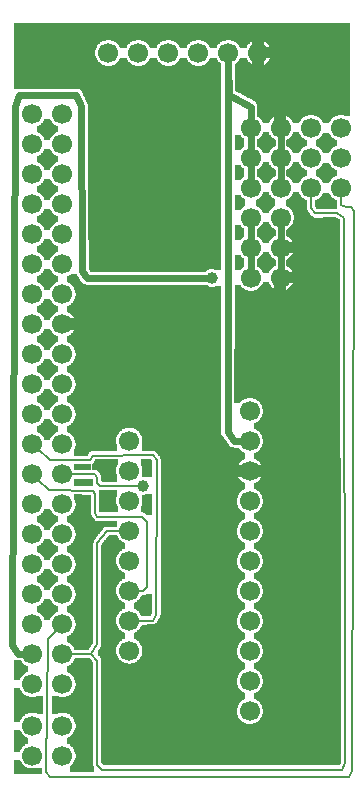
<source format=gbl>
G04 MADE WITH FRITZING*
G04 WWW.FRITZING.ORG*
G04 DOUBLE SIDED*
G04 HOLES PLATED*
G04 CONTOUR ON CENTER OF CONTOUR VECTOR*
%ASAXBY*%
%FSLAX23Y23*%
%MOIN*%
%OFA0B0*%
%SFA1.0B1.0*%
%ADD10C,0.075000*%
%ADD11C,0.039370*%
%ADD12C,0.066929*%
%ADD13C,0.024000*%
%ADD14C,0.008000*%
%LNCOPPER0*%
G90*
G70*
G54D10*
X943Y2487D03*
X1023Y1823D03*
G54D11*
X698Y1695D03*
G54D12*
X853Y2445D03*
X753Y2445D03*
X653Y2445D03*
X553Y2445D03*
X453Y2445D03*
X353Y2445D03*
X100Y2241D03*
X100Y2141D03*
X100Y2041D03*
X100Y1941D03*
X100Y1841D03*
X100Y1741D03*
X100Y1641D03*
X100Y1541D03*
X100Y1441D03*
X100Y1341D03*
X100Y1241D03*
X100Y1141D03*
X100Y1041D03*
X100Y941D03*
X100Y841D03*
X100Y741D03*
X100Y641D03*
X100Y541D03*
X100Y441D03*
X100Y341D03*
X100Y2241D03*
X100Y2141D03*
X100Y2041D03*
X100Y1941D03*
X100Y1841D03*
X100Y1741D03*
X100Y1641D03*
X100Y1541D03*
X100Y1441D03*
X100Y1341D03*
X100Y1241D03*
X100Y1141D03*
X100Y1041D03*
X100Y941D03*
X100Y841D03*
X100Y741D03*
X100Y641D03*
X100Y541D03*
X100Y441D03*
X100Y341D03*
X200Y341D03*
X200Y441D03*
X200Y541D03*
X200Y641D03*
X200Y741D03*
X200Y841D03*
X200Y941D03*
X200Y1041D03*
X200Y1141D03*
X200Y1241D03*
X200Y1341D03*
X200Y1441D03*
X200Y1541D03*
X200Y1641D03*
X200Y1741D03*
X200Y1841D03*
X200Y1941D03*
X200Y2041D03*
X200Y2141D03*
X200Y2241D03*
X423Y1153D03*
X423Y1053D03*
X423Y953D03*
X423Y853D03*
X423Y753D03*
X423Y653D03*
X423Y553D03*
X423Y453D03*
X824Y1251D03*
X824Y1151D03*
X824Y1051D03*
X824Y951D03*
X824Y851D03*
X824Y751D03*
X824Y651D03*
X824Y551D03*
X824Y451D03*
X824Y351D03*
X824Y251D03*
G54D11*
X470Y1002D03*
G54D12*
X100Y103D03*
X200Y103D03*
X100Y103D03*
X200Y103D03*
X200Y203D03*
X100Y203D03*
X928Y1696D03*
X928Y1796D03*
X928Y1896D03*
X928Y1696D03*
X928Y1796D03*
X928Y1896D03*
X828Y1896D03*
X828Y1796D03*
X828Y1696D03*
X1129Y1995D03*
X1129Y2095D03*
X1129Y2195D03*
X1129Y1995D03*
X1129Y2095D03*
X1129Y2195D03*
X1029Y2195D03*
X1029Y2095D03*
X1029Y1995D03*
X928Y1995D03*
X928Y2095D03*
X928Y2195D03*
X928Y1995D03*
X928Y2095D03*
X928Y2195D03*
X828Y2195D03*
X828Y2095D03*
X828Y1995D03*
G54D13*
X828Y2266D02*
X754Y2306D01*
D02*
X754Y2306D02*
X753Y2414D01*
D02*
X828Y2226D02*
X828Y2266D01*
D02*
X828Y2026D02*
X828Y2064D01*
D02*
X828Y2126D02*
X828Y2164D01*
D02*
X928Y2126D02*
X928Y2164D01*
D02*
X928Y2026D02*
X928Y2064D01*
G54D14*
D02*
X316Y420D02*
X297Y444D01*
D02*
X297Y444D02*
X225Y442D01*
D02*
X316Y73D02*
X316Y420D01*
D02*
X1029Y1928D02*
X1041Y1911D01*
D02*
X1041Y1911D02*
X1116Y1912D01*
D02*
X1116Y1912D02*
X1139Y1896D01*
D02*
X1139Y1896D02*
X1143Y78D01*
D02*
X1143Y78D02*
X1132Y57D01*
D02*
X332Y57D02*
X316Y73D01*
D02*
X1132Y57D02*
X332Y57D01*
D02*
X1029Y1970D02*
X1029Y1928D01*
D02*
X147Y50D02*
X152Y494D01*
D02*
X152Y494D02*
X182Y524D01*
D02*
X159Y34D02*
X147Y50D01*
D02*
X1155Y34D02*
X159Y34D01*
D02*
X1167Y53D02*
X1155Y34D01*
D02*
X1171Y1920D02*
X1167Y53D01*
D02*
X1163Y1932D02*
X1171Y1920D01*
D02*
X1144Y1932D02*
X1163Y1932D01*
D02*
X1130Y1940D02*
X1144Y1932D01*
D02*
X1130Y1970D02*
X1130Y1940D01*
G54D13*
D02*
X928Y1727D02*
X928Y1765D01*
D02*
X928Y1827D02*
X928Y1865D01*
D02*
X53Y443D02*
X69Y442D01*
D02*
X33Y471D02*
X53Y443D01*
D02*
X41Y2270D02*
X33Y471D01*
D02*
X266Y1719D02*
X261Y2270D01*
D02*
X679Y1695D02*
X281Y1695D01*
D02*
X281Y1695D02*
X266Y1719D01*
D02*
X261Y2270D02*
X245Y2305D01*
D02*
X245Y2305D02*
X56Y2305D01*
D02*
X56Y2305D02*
X41Y2270D01*
D02*
X828Y1865D02*
X828Y1827D01*
D02*
X828Y1765D02*
X828Y1727D01*
G54D14*
D02*
X349Y853D02*
X317Y812D01*
D02*
X297Y443D02*
X225Y442D01*
D02*
X316Y475D02*
X297Y443D01*
D02*
X317Y812D02*
X316Y475D01*
D02*
X398Y853D02*
X349Y853D01*
D02*
X309Y912D02*
X308Y975D01*
D02*
X308Y975D02*
X301Y987D01*
D02*
X317Y900D02*
X309Y912D01*
D02*
X466Y900D02*
X317Y900D01*
D02*
X301Y987D02*
X155Y990D01*
D02*
X470Y652D02*
X482Y667D01*
D02*
X482Y667D02*
X482Y884D01*
D02*
X482Y884D02*
X466Y900D01*
D02*
X448Y652D02*
X470Y652D01*
D02*
X155Y990D02*
X119Y1024D01*
D02*
X514Y1089D02*
X502Y1105D01*
D02*
X301Y1104D02*
X293Y1089D01*
D02*
X502Y554D02*
X513Y574D01*
D02*
X513Y574D02*
X514Y1089D01*
D02*
X502Y1105D02*
X301Y1104D01*
D02*
X293Y1089D02*
X159Y1089D01*
D02*
X159Y1089D02*
X119Y1125D01*
D02*
X448Y553D02*
X502Y554D01*
D02*
X309Y1042D02*
X225Y1041D01*
D02*
X317Y1030D02*
X309Y1042D01*
D02*
X317Y1014D02*
X317Y1030D01*
D02*
X325Y1002D02*
X317Y1014D01*
D02*
X457Y1002D02*
X325Y1002D01*
G54D13*
D02*
X753Y2414D02*
X751Y1183D01*
D02*
X751Y1183D02*
X773Y1152D01*
D02*
X773Y1152D02*
X794Y1151D01*
G36*
X40Y2547D02*
X40Y2489D01*
X862Y2489D01*
X862Y2487D01*
X868Y2487D01*
X868Y2485D01*
X872Y2485D01*
X872Y2483D01*
X876Y2483D01*
X876Y2481D01*
X880Y2481D01*
X880Y2479D01*
X882Y2479D01*
X882Y2477D01*
X884Y2477D01*
X884Y2475D01*
X886Y2475D01*
X886Y2473D01*
X888Y2473D01*
X888Y2469D01*
X890Y2469D01*
X890Y2465D01*
X892Y2465D01*
X892Y2461D01*
X894Y2461D01*
X894Y2455D01*
X896Y2455D01*
X896Y2435D01*
X894Y2435D01*
X894Y2429D01*
X892Y2429D01*
X892Y2425D01*
X890Y2425D01*
X890Y2421D01*
X888Y2421D01*
X888Y2419D01*
X886Y2419D01*
X886Y2417D01*
X884Y2417D01*
X884Y2415D01*
X882Y2415D01*
X882Y2413D01*
X880Y2413D01*
X880Y2411D01*
X878Y2411D01*
X878Y2409D01*
X874Y2409D01*
X874Y2407D01*
X870Y2407D01*
X870Y2405D01*
X864Y2405D01*
X864Y2403D01*
X1160Y2403D01*
X1160Y2547D01*
X40Y2547D01*
G37*
D02*
G36*
X40Y2489D02*
X40Y2403D01*
X342Y2403D01*
X342Y2405D01*
X336Y2405D01*
X336Y2407D01*
X332Y2407D01*
X332Y2409D01*
X328Y2409D01*
X328Y2411D01*
X326Y2411D01*
X326Y2413D01*
X324Y2413D01*
X324Y2415D01*
X322Y2415D01*
X322Y2417D01*
X320Y2417D01*
X320Y2419D01*
X318Y2419D01*
X318Y2421D01*
X316Y2421D01*
X316Y2425D01*
X314Y2425D01*
X314Y2429D01*
X312Y2429D01*
X312Y2435D01*
X310Y2435D01*
X310Y2457D01*
X312Y2457D01*
X312Y2463D01*
X314Y2463D01*
X314Y2467D01*
X316Y2467D01*
X316Y2471D01*
X318Y2471D01*
X318Y2473D01*
X320Y2473D01*
X320Y2475D01*
X322Y2475D01*
X322Y2477D01*
X324Y2477D01*
X324Y2479D01*
X326Y2479D01*
X326Y2481D01*
X330Y2481D01*
X330Y2483D01*
X332Y2483D01*
X332Y2485D01*
X336Y2485D01*
X336Y2487D01*
X344Y2487D01*
X344Y2489D01*
X40Y2489D01*
G37*
D02*
G36*
X362Y2489D02*
X362Y2487D01*
X368Y2487D01*
X368Y2485D01*
X372Y2485D01*
X372Y2483D01*
X376Y2483D01*
X376Y2481D01*
X380Y2481D01*
X380Y2479D01*
X382Y2479D01*
X382Y2477D01*
X384Y2477D01*
X384Y2475D01*
X386Y2475D01*
X386Y2473D01*
X388Y2473D01*
X388Y2469D01*
X390Y2469D01*
X390Y2465D01*
X392Y2465D01*
X392Y2461D01*
X412Y2461D01*
X412Y2463D01*
X414Y2463D01*
X414Y2467D01*
X416Y2467D01*
X416Y2471D01*
X418Y2471D01*
X418Y2473D01*
X420Y2473D01*
X420Y2475D01*
X422Y2475D01*
X422Y2477D01*
X424Y2477D01*
X424Y2479D01*
X426Y2479D01*
X426Y2481D01*
X430Y2481D01*
X430Y2483D01*
X432Y2483D01*
X432Y2485D01*
X436Y2485D01*
X436Y2487D01*
X444Y2487D01*
X444Y2489D01*
X362Y2489D01*
G37*
D02*
G36*
X462Y2489D02*
X462Y2487D01*
X468Y2487D01*
X468Y2485D01*
X472Y2485D01*
X472Y2483D01*
X476Y2483D01*
X476Y2481D01*
X480Y2481D01*
X480Y2479D01*
X482Y2479D01*
X482Y2477D01*
X484Y2477D01*
X484Y2475D01*
X486Y2475D01*
X486Y2473D01*
X488Y2473D01*
X488Y2469D01*
X490Y2469D01*
X490Y2465D01*
X492Y2465D01*
X492Y2461D01*
X512Y2461D01*
X512Y2463D01*
X514Y2463D01*
X514Y2467D01*
X516Y2467D01*
X516Y2471D01*
X518Y2471D01*
X518Y2473D01*
X520Y2473D01*
X520Y2475D01*
X522Y2475D01*
X522Y2477D01*
X524Y2477D01*
X524Y2479D01*
X526Y2479D01*
X526Y2481D01*
X530Y2481D01*
X530Y2483D01*
X532Y2483D01*
X532Y2485D01*
X536Y2485D01*
X536Y2487D01*
X544Y2487D01*
X544Y2489D01*
X462Y2489D01*
G37*
D02*
G36*
X562Y2489D02*
X562Y2487D01*
X568Y2487D01*
X568Y2485D01*
X572Y2485D01*
X572Y2483D01*
X576Y2483D01*
X576Y2481D01*
X580Y2481D01*
X580Y2479D01*
X582Y2479D01*
X582Y2477D01*
X584Y2477D01*
X584Y2475D01*
X586Y2475D01*
X586Y2473D01*
X588Y2473D01*
X588Y2469D01*
X590Y2469D01*
X590Y2465D01*
X592Y2465D01*
X592Y2461D01*
X612Y2461D01*
X612Y2463D01*
X614Y2463D01*
X614Y2467D01*
X616Y2467D01*
X616Y2471D01*
X618Y2471D01*
X618Y2473D01*
X620Y2473D01*
X620Y2475D01*
X622Y2475D01*
X622Y2477D01*
X624Y2477D01*
X624Y2479D01*
X626Y2479D01*
X626Y2481D01*
X630Y2481D01*
X630Y2483D01*
X632Y2483D01*
X632Y2485D01*
X636Y2485D01*
X636Y2487D01*
X644Y2487D01*
X644Y2489D01*
X562Y2489D01*
G37*
D02*
G36*
X662Y2489D02*
X662Y2487D01*
X668Y2487D01*
X668Y2485D01*
X672Y2485D01*
X672Y2483D01*
X676Y2483D01*
X676Y2481D01*
X680Y2481D01*
X680Y2479D01*
X682Y2479D01*
X682Y2477D01*
X684Y2477D01*
X684Y2475D01*
X686Y2475D01*
X686Y2473D01*
X688Y2473D01*
X688Y2469D01*
X690Y2469D01*
X690Y2465D01*
X692Y2465D01*
X692Y2461D01*
X712Y2461D01*
X712Y2463D01*
X714Y2463D01*
X714Y2467D01*
X716Y2467D01*
X716Y2471D01*
X718Y2471D01*
X718Y2473D01*
X720Y2473D01*
X720Y2475D01*
X722Y2475D01*
X722Y2477D01*
X724Y2477D01*
X724Y2479D01*
X726Y2479D01*
X726Y2481D01*
X730Y2481D01*
X730Y2483D01*
X732Y2483D01*
X732Y2485D01*
X736Y2485D01*
X736Y2487D01*
X744Y2487D01*
X744Y2489D01*
X662Y2489D01*
G37*
D02*
G36*
X762Y2489D02*
X762Y2487D01*
X768Y2487D01*
X768Y2485D01*
X772Y2485D01*
X772Y2483D01*
X776Y2483D01*
X776Y2481D01*
X780Y2481D01*
X780Y2479D01*
X782Y2479D01*
X782Y2477D01*
X784Y2477D01*
X784Y2475D01*
X786Y2475D01*
X786Y2473D01*
X788Y2473D01*
X788Y2469D01*
X790Y2469D01*
X790Y2465D01*
X792Y2465D01*
X792Y2461D01*
X812Y2461D01*
X812Y2463D01*
X814Y2463D01*
X814Y2467D01*
X816Y2467D01*
X816Y2471D01*
X818Y2471D01*
X818Y2473D01*
X820Y2473D01*
X820Y2475D01*
X822Y2475D01*
X822Y2477D01*
X824Y2477D01*
X824Y2479D01*
X826Y2479D01*
X826Y2481D01*
X830Y2481D01*
X830Y2483D01*
X832Y2483D01*
X832Y2485D01*
X836Y2485D01*
X836Y2487D01*
X844Y2487D01*
X844Y2489D01*
X762Y2489D01*
G37*
D02*
G36*
X392Y2429D02*
X392Y2425D01*
X390Y2425D01*
X390Y2421D01*
X388Y2421D01*
X388Y2419D01*
X386Y2419D01*
X386Y2417D01*
X384Y2417D01*
X384Y2415D01*
X382Y2415D01*
X382Y2413D01*
X380Y2413D01*
X380Y2411D01*
X378Y2411D01*
X378Y2409D01*
X374Y2409D01*
X374Y2407D01*
X370Y2407D01*
X370Y2405D01*
X364Y2405D01*
X364Y2403D01*
X442Y2403D01*
X442Y2405D01*
X436Y2405D01*
X436Y2407D01*
X432Y2407D01*
X432Y2409D01*
X428Y2409D01*
X428Y2411D01*
X426Y2411D01*
X426Y2413D01*
X424Y2413D01*
X424Y2415D01*
X422Y2415D01*
X422Y2417D01*
X420Y2417D01*
X420Y2419D01*
X418Y2419D01*
X418Y2421D01*
X416Y2421D01*
X416Y2425D01*
X414Y2425D01*
X414Y2429D01*
X392Y2429D01*
G37*
D02*
G36*
X492Y2429D02*
X492Y2425D01*
X490Y2425D01*
X490Y2421D01*
X488Y2421D01*
X488Y2419D01*
X486Y2419D01*
X486Y2417D01*
X484Y2417D01*
X484Y2415D01*
X482Y2415D01*
X482Y2413D01*
X480Y2413D01*
X480Y2411D01*
X478Y2411D01*
X478Y2409D01*
X474Y2409D01*
X474Y2407D01*
X470Y2407D01*
X470Y2405D01*
X464Y2405D01*
X464Y2403D01*
X542Y2403D01*
X542Y2405D01*
X536Y2405D01*
X536Y2407D01*
X532Y2407D01*
X532Y2409D01*
X528Y2409D01*
X528Y2411D01*
X526Y2411D01*
X526Y2413D01*
X524Y2413D01*
X524Y2415D01*
X522Y2415D01*
X522Y2417D01*
X520Y2417D01*
X520Y2419D01*
X518Y2419D01*
X518Y2421D01*
X516Y2421D01*
X516Y2425D01*
X514Y2425D01*
X514Y2429D01*
X492Y2429D01*
G37*
D02*
G36*
X592Y2429D02*
X592Y2425D01*
X590Y2425D01*
X590Y2421D01*
X588Y2421D01*
X588Y2419D01*
X586Y2419D01*
X586Y2417D01*
X584Y2417D01*
X584Y2415D01*
X582Y2415D01*
X582Y2413D01*
X580Y2413D01*
X580Y2411D01*
X578Y2411D01*
X578Y2409D01*
X574Y2409D01*
X574Y2407D01*
X570Y2407D01*
X570Y2405D01*
X564Y2405D01*
X564Y2403D01*
X642Y2403D01*
X642Y2405D01*
X636Y2405D01*
X636Y2407D01*
X632Y2407D01*
X632Y2409D01*
X628Y2409D01*
X628Y2411D01*
X626Y2411D01*
X626Y2413D01*
X624Y2413D01*
X624Y2415D01*
X622Y2415D01*
X622Y2417D01*
X620Y2417D01*
X620Y2419D01*
X618Y2419D01*
X618Y2421D01*
X616Y2421D01*
X616Y2425D01*
X614Y2425D01*
X614Y2429D01*
X592Y2429D01*
G37*
D02*
G36*
X692Y2429D02*
X692Y2425D01*
X690Y2425D01*
X690Y2421D01*
X688Y2421D01*
X688Y2419D01*
X686Y2419D01*
X686Y2417D01*
X684Y2417D01*
X684Y2415D01*
X682Y2415D01*
X682Y2413D01*
X680Y2413D01*
X680Y2411D01*
X678Y2411D01*
X678Y2409D01*
X674Y2409D01*
X674Y2407D01*
X670Y2407D01*
X670Y2405D01*
X664Y2405D01*
X664Y2403D01*
X730Y2403D01*
X730Y2409D01*
X728Y2409D01*
X728Y2411D01*
X726Y2411D01*
X726Y2413D01*
X724Y2413D01*
X724Y2415D01*
X722Y2415D01*
X722Y2417D01*
X720Y2417D01*
X720Y2419D01*
X718Y2419D01*
X718Y2421D01*
X716Y2421D01*
X716Y2425D01*
X714Y2425D01*
X714Y2429D01*
X692Y2429D01*
G37*
D02*
G36*
X792Y2429D02*
X792Y2425D01*
X790Y2425D01*
X790Y2421D01*
X788Y2421D01*
X788Y2419D01*
X786Y2419D01*
X786Y2417D01*
X784Y2417D01*
X784Y2415D01*
X782Y2415D01*
X782Y2413D01*
X780Y2413D01*
X780Y2411D01*
X778Y2411D01*
X778Y2409D01*
X776Y2409D01*
X776Y2403D01*
X842Y2403D01*
X842Y2405D01*
X836Y2405D01*
X836Y2407D01*
X832Y2407D01*
X832Y2409D01*
X828Y2409D01*
X828Y2411D01*
X826Y2411D01*
X826Y2413D01*
X824Y2413D01*
X824Y2415D01*
X822Y2415D01*
X822Y2417D01*
X820Y2417D01*
X820Y2419D01*
X818Y2419D01*
X818Y2421D01*
X816Y2421D01*
X816Y2425D01*
X814Y2425D01*
X814Y2429D01*
X792Y2429D01*
G37*
D02*
G36*
X40Y2403D02*
X40Y2401D01*
X730Y2401D01*
X730Y2403D01*
X40Y2403D01*
G37*
D02*
G36*
X40Y2403D02*
X40Y2401D01*
X730Y2401D01*
X730Y2403D01*
X40Y2403D01*
G37*
D02*
G36*
X40Y2403D02*
X40Y2401D01*
X730Y2401D01*
X730Y2403D01*
X40Y2403D01*
G37*
D02*
G36*
X40Y2403D02*
X40Y2401D01*
X730Y2401D01*
X730Y2403D01*
X40Y2403D01*
G37*
D02*
G36*
X40Y2403D02*
X40Y2401D01*
X730Y2401D01*
X730Y2403D01*
X40Y2403D01*
G37*
D02*
G36*
X776Y2403D02*
X776Y2401D01*
X1160Y2401D01*
X1160Y2403D01*
X776Y2403D01*
G37*
D02*
G36*
X776Y2403D02*
X776Y2401D01*
X1160Y2401D01*
X1160Y2403D01*
X776Y2403D01*
G37*
D02*
G36*
X40Y2401D02*
X40Y2327D01*
X254Y2327D01*
X254Y2325D01*
X258Y2325D01*
X258Y2323D01*
X260Y2323D01*
X260Y2321D01*
X262Y2321D01*
X262Y2319D01*
X264Y2319D01*
X264Y2315D01*
X266Y2315D01*
X266Y2311D01*
X268Y2311D01*
X268Y2307D01*
X270Y2307D01*
X270Y2303D01*
X272Y2303D01*
X272Y2299D01*
X274Y2299D01*
X274Y2293D01*
X276Y2293D01*
X276Y2289D01*
X278Y2289D01*
X278Y2285D01*
X280Y2285D01*
X280Y2281D01*
X282Y2281D01*
X282Y2275D01*
X284Y2275D01*
X284Y2069D01*
X286Y2069D01*
X286Y1821D01*
X288Y1821D01*
X288Y1725D01*
X706Y1725D01*
X706Y1723D01*
X730Y1723D01*
X730Y2401D01*
X40Y2401D01*
G37*
D02*
G36*
X776Y2401D02*
X776Y2319D01*
X778Y2319D01*
X778Y2317D01*
X782Y2317D01*
X782Y2315D01*
X786Y2315D01*
X786Y2313D01*
X790Y2313D01*
X790Y2311D01*
X794Y2311D01*
X794Y2309D01*
X798Y2309D01*
X798Y2307D01*
X800Y2307D01*
X800Y2305D01*
X804Y2305D01*
X804Y2303D01*
X808Y2303D01*
X808Y2301D01*
X812Y2301D01*
X812Y2299D01*
X816Y2299D01*
X816Y2297D01*
X820Y2297D01*
X820Y2295D01*
X824Y2295D01*
X824Y2293D01*
X828Y2293D01*
X828Y2291D01*
X832Y2291D01*
X832Y2289D01*
X834Y2289D01*
X834Y2287D01*
X838Y2287D01*
X838Y2285D01*
X842Y2285D01*
X842Y2283D01*
X844Y2283D01*
X844Y2281D01*
X846Y2281D01*
X846Y2277D01*
X848Y2277D01*
X848Y2273D01*
X850Y2273D01*
X850Y2239D01*
X1138Y2239D01*
X1138Y2237D01*
X1160Y2237D01*
X1160Y2401D01*
X776Y2401D01*
G37*
D02*
G36*
X850Y2239D02*
X850Y2233D01*
X852Y2233D01*
X852Y2231D01*
X854Y2231D01*
X854Y2229D01*
X858Y2229D01*
X858Y2227D01*
X860Y2227D01*
X860Y2225D01*
X862Y2225D01*
X862Y2221D01*
X864Y2221D01*
X864Y2219D01*
X866Y2219D01*
X866Y2215D01*
X868Y2215D01*
X868Y2211D01*
X888Y2211D01*
X888Y2213D01*
X890Y2213D01*
X890Y2217D01*
X892Y2217D01*
X892Y2221D01*
X894Y2221D01*
X894Y2223D01*
X896Y2223D01*
X896Y2225D01*
X898Y2225D01*
X898Y2227D01*
X900Y2227D01*
X900Y2229D01*
X902Y2229D01*
X902Y2231D01*
X904Y2231D01*
X904Y2233D01*
X908Y2233D01*
X908Y2235D01*
X912Y2235D01*
X912Y2237D01*
X920Y2237D01*
X920Y2239D01*
X850Y2239D01*
G37*
D02*
G36*
X938Y2239D02*
X938Y2237D01*
X944Y2237D01*
X944Y2235D01*
X948Y2235D01*
X948Y2233D01*
X952Y2233D01*
X952Y2231D01*
X954Y2231D01*
X954Y2229D01*
X958Y2229D01*
X958Y2227D01*
X960Y2227D01*
X960Y2225D01*
X962Y2225D01*
X962Y2221D01*
X964Y2221D01*
X964Y2219D01*
X966Y2219D01*
X966Y2215D01*
X968Y2215D01*
X968Y2211D01*
X988Y2211D01*
X988Y2213D01*
X990Y2213D01*
X990Y2215D01*
X992Y2215D01*
X992Y2219D01*
X994Y2219D01*
X994Y2223D01*
X996Y2223D01*
X996Y2225D01*
X998Y2225D01*
X998Y2227D01*
X1000Y2227D01*
X1000Y2229D01*
X1002Y2229D01*
X1002Y2231D01*
X1006Y2231D01*
X1006Y2233D01*
X1010Y2233D01*
X1010Y2235D01*
X1014Y2235D01*
X1014Y2237D01*
X1020Y2237D01*
X1020Y2239D01*
X938Y2239D01*
G37*
D02*
G36*
X1038Y2239D02*
X1038Y2237D01*
X1046Y2237D01*
X1046Y2235D01*
X1050Y2235D01*
X1050Y2233D01*
X1052Y2233D01*
X1052Y2231D01*
X1056Y2231D01*
X1056Y2229D01*
X1058Y2229D01*
X1058Y2227D01*
X1060Y2227D01*
X1060Y2225D01*
X1062Y2225D01*
X1062Y2223D01*
X1064Y2223D01*
X1064Y2221D01*
X1066Y2221D01*
X1066Y2217D01*
X1068Y2217D01*
X1068Y2213D01*
X1090Y2213D01*
X1090Y2215D01*
X1092Y2215D01*
X1092Y2219D01*
X1094Y2219D01*
X1094Y2223D01*
X1096Y2223D01*
X1096Y2225D01*
X1098Y2225D01*
X1098Y2227D01*
X1100Y2227D01*
X1100Y2229D01*
X1102Y2229D01*
X1102Y2231D01*
X1106Y2231D01*
X1106Y2233D01*
X1110Y2233D01*
X1110Y2235D01*
X1114Y2235D01*
X1114Y2237D01*
X1120Y2237D01*
X1120Y2239D01*
X1038Y2239D01*
G37*
D02*
G36*
X290Y1725D02*
X290Y1721D01*
X292Y1721D01*
X292Y1717D01*
X680Y1717D01*
X680Y1719D01*
X682Y1719D01*
X682Y1721D01*
X686Y1721D01*
X686Y1723D01*
X690Y1723D01*
X690Y1725D01*
X290Y1725D01*
G37*
D02*
G36*
X140Y2227D02*
X140Y2223D01*
X138Y2223D01*
X138Y2219D01*
X136Y2219D01*
X136Y2217D01*
X134Y2217D01*
X134Y2213D01*
X132Y2213D01*
X132Y2211D01*
X130Y2211D01*
X130Y2209D01*
X128Y2209D01*
X128Y2207D01*
X124Y2207D01*
X124Y2205D01*
X122Y2205D01*
X122Y2203D01*
X118Y2203D01*
X118Y2201D01*
X116Y2201D01*
X116Y2181D01*
X120Y2181D01*
X120Y2179D01*
X124Y2179D01*
X124Y2177D01*
X126Y2177D01*
X126Y2175D01*
X128Y2175D01*
X128Y2173D01*
X132Y2173D01*
X132Y2169D01*
X134Y2169D01*
X134Y2167D01*
X136Y2167D01*
X136Y2165D01*
X138Y2165D01*
X138Y2161D01*
X140Y2161D01*
X140Y2155D01*
X160Y2155D01*
X160Y2161D01*
X162Y2161D01*
X162Y2165D01*
X164Y2165D01*
X164Y2167D01*
X166Y2167D01*
X166Y2169D01*
X168Y2169D01*
X168Y2173D01*
X172Y2173D01*
X172Y2175D01*
X174Y2175D01*
X174Y2177D01*
X176Y2177D01*
X176Y2179D01*
X180Y2179D01*
X180Y2181D01*
X184Y2181D01*
X184Y2201D01*
X182Y2201D01*
X182Y2203D01*
X178Y2203D01*
X178Y2205D01*
X176Y2205D01*
X176Y2207D01*
X172Y2207D01*
X172Y2209D01*
X170Y2209D01*
X170Y2211D01*
X168Y2211D01*
X168Y2213D01*
X166Y2213D01*
X166Y2217D01*
X164Y2217D01*
X164Y2219D01*
X162Y2219D01*
X162Y2223D01*
X160Y2223D01*
X160Y2227D01*
X140Y2227D01*
G37*
D02*
G36*
X868Y2181D02*
X868Y2177D01*
X866Y2177D01*
X866Y2173D01*
X864Y2173D01*
X864Y2169D01*
X862Y2169D01*
X862Y2167D01*
X860Y2167D01*
X860Y2165D01*
X858Y2165D01*
X858Y2163D01*
X856Y2163D01*
X856Y2161D01*
X854Y2161D01*
X854Y2159D01*
X850Y2159D01*
X850Y2133D01*
X852Y2133D01*
X852Y2131D01*
X854Y2131D01*
X854Y2129D01*
X858Y2129D01*
X858Y2127D01*
X860Y2127D01*
X860Y2125D01*
X862Y2125D01*
X862Y2121D01*
X864Y2121D01*
X864Y2119D01*
X866Y2119D01*
X866Y2115D01*
X868Y2115D01*
X868Y2111D01*
X888Y2111D01*
X888Y2113D01*
X890Y2113D01*
X890Y2117D01*
X892Y2117D01*
X892Y2121D01*
X894Y2121D01*
X894Y2123D01*
X896Y2123D01*
X896Y2125D01*
X898Y2125D01*
X898Y2127D01*
X900Y2127D01*
X900Y2129D01*
X902Y2129D01*
X902Y2131D01*
X904Y2131D01*
X904Y2133D01*
X908Y2133D01*
X908Y2135D01*
X912Y2135D01*
X912Y2155D01*
X910Y2155D01*
X910Y2157D01*
X908Y2157D01*
X908Y2159D01*
X904Y2159D01*
X904Y2161D01*
X902Y2161D01*
X902Y2163D01*
X898Y2163D01*
X898Y2165D01*
X896Y2165D01*
X896Y2169D01*
X894Y2169D01*
X894Y2171D01*
X892Y2171D01*
X892Y2173D01*
X890Y2173D01*
X890Y2177D01*
X888Y2177D01*
X888Y2181D01*
X868Y2181D01*
G37*
D02*
G36*
X968Y2181D02*
X968Y2177D01*
X966Y2177D01*
X966Y2173D01*
X964Y2173D01*
X964Y2169D01*
X962Y2169D01*
X962Y2167D01*
X960Y2167D01*
X960Y2165D01*
X958Y2165D01*
X958Y2163D01*
X956Y2163D01*
X956Y2161D01*
X954Y2161D01*
X954Y2159D01*
X950Y2159D01*
X950Y2157D01*
X946Y2157D01*
X946Y2155D01*
X944Y2155D01*
X944Y2135D01*
X948Y2135D01*
X948Y2133D01*
X952Y2133D01*
X952Y2131D01*
X954Y2131D01*
X954Y2129D01*
X958Y2129D01*
X958Y2127D01*
X960Y2127D01*
X960Y2125D01*
X962Y2125D01*
X962Y2121D01*
X964Y2121D01*
X964Y2119D01*
X966Y2119D01*
X966Y2115D01*
X968Y2115D01*
X968Y2111D01*
X988Y2111D01*
X988Y2113D01*
X990Y2113D01*
X990Y2115D01*
X992Y2115D01*
X992Y2119D01*
X994Y2119D01*
X994Y2123D01*
X996Y2123D01*
X996Y2125D01*
X998Y2125D01*
X998Y2127D01*
X1000Y2127D01*
X1000Y2129D01*
X1002Y2129D01*
X1002Y2131D01*
X1006Y2131D01*
X1006Y2133D01*
X1010Y2133D01*
X1010Y2135D01*
X1014Y2135D01*
X1014Y2155D01*
X1012Y2155D01*
X1012Y2157D01*
X1008Y2157D01*
X1008Y2159D01*
X1004Y2159D01*
X1004Y2161D01*
X1002Y2161D01*
X1002Y2163D01*
X1000Y2163D01*
X1000Y2165D01*
X998Y2165D01*
X998Y2167D01*
X996Y2167D01*
X996Y2169D01*
X994Y2169D01*
X994Y2171D01*
X992Y2171D01*
X992Y2175D01*
X990Y2175D01*
X990Y2179D01*
X988Y2179D01*
X988Y2181D01*
X968Y2181D01*
G37*
D02*
G36*
X1068Y2179D02*
X1068Y2175D01*
X1066Y2175D01*
X1066Y2171D01*
X1064Y2171D01*
X1064Y2169D01*
X1062Y2169D01*
X1062Y2167D01*
X1060Y2167D01*
X1060Y2165D01*
X1058Y2165D01*
X1058Y2163D01*
X1056Y2163D01*
X1056Y2161D01*
X1054Y2161D01*
X1054Y2159D01*
X1050Y2159D01*
X1050Y2157D01*
X1046Y2157D01*
X1046Y2135D01*
X1050Y2135D01*
X1050Y2133D01*
X1052Y2133D01*
X1052Y2131D01*
X1056Y2131D01*
X1056Y2129D01*
X1058Y2129D01*
X1058Y2127D01*
X1060Y2127D01*
X1060Y2125D01*
X1062Y2125D01*
X1062Y2123D01*
X1064Y2123D01*
X1064Y2121D01*
X1066Y2121D01*
X1066Y2117D01*
X1068Y2117D01*
X1068Y2113D01*
X1090Y2113D01*
X1090Y2115D01*
X1092Y2115D01*
X1092Y2119D01*
X1094Y2119D01*
X1094Y2123D01*
X1096Y2123D01*
X1096Y2125D01*
X1098Y2125D01*
X1098Y2127D01*
X1100Y2127D01*
X1100Y2129D01*
X1102Y2129D01*
X1102Y2131D01*
X1106Y2131D01*
X1106Y2133D01*
X1110Y2133D01*
X1110Y2135D01*
X1114Y2135D01*
X1114Y2155D01*
X1112Y2155D01*
X1112Y2157D01*
X1108Y2157D01*
X1108Y2159D01*
X1104Y2159D01*
X1104Y2161D01*
X1102Y2161D01*
X1102Y2163D01*
X1100Y2163D01*
X1100Y2165D01*
X1098Y2165D01*
X1098Y2167D01*
X1096Y2167D01*
X1096Y2169D01*
X1094Y2169D01*
X1094Y2171D01*
X1092Y2171D01*
X1092Y2175D01*
X1090Y2175D01*
X1090Y2179D01*
X1068Y2179D01*
G37*
D02*
G36*
X774Y2171D02*
X774Y2121D01*
X794Y2121D01*
X794Y2123D01*
X796Y2123D01*
X796Y2125D01*
X798Y2125D01*
X798Y2127D01*
X800Y2127D01*
X800Y2129D01*
X802Y2129D01*
X802Y2131D01*
X804Y2131D01*
X804Y2133D01*
X806Y2133D01*
X806Y2159D01*
X804Y2159D01*
X804Y2161D01*
X802Y2161D01*
X802Y2163D01*
X798Y2163D01*
X798Y2165D01*
X796Y2165D01*
X796Y2169D01*
X794Y2169D01*
X794Y2171D01*
X774Y2171D01*
G37*
D02*
G36*
X140Y2127D02*
X140Y2123D01*
X138Y2123D01*
X138Y2119D01*
X136Y2119D01*
X136Y2117D01*
X134Y2117D01*
X134Y2113D01*
X132Y2113D01*
X132Y2111D01*
X130Y2111D01*
X130Y2109D01*
X128Y2109D01*
X128Y2107D01*
X124Y2107D01*
X124Y2105D01*
X122Y2105D01*
X122Y2103D01*
X118Y2103D01*
X118Y2101D01*
X116Y2101D01*
X116Y2081D01*
X120Y2081D01*
X120Y2079D01*
X124Y2079D01*
X124Y2077D01*
X126Y2077D01*
X126Y2075D01*
X128Y2075D01*
X128Y2073D01*
X132Y2073D01*
X132Y2069D01*
X134Y2069D01*
X134Y2067D01*
X136Y2067D01*
X136Y2065D01*
X138Y2065D01*
X138Y2061D01*
X140Y2061D01*
X140Y2055D01*
X160Y2055D01*
X160Y2061D01*
X162Y2061D01*
X162Y2065D01*
X164Y2065D01*
X164Y2067D01*
X166Y2067D01*
X166Y2069D01*
X168Y2069D01*
X168Y2073D01*
X172Y2073D01*
X172Y2075D01*
X174Y2075D01*
X174Y2077D01*
X176Y2077D01*
X176Y2079D01*
X180Y2079D01*
X180Y2081D01*
X184Y2081D01*
X184Y2101D01*
X182Y2101D01*
X182Y2103D01*
X178Y2103D01*
X178Y2105D01*
X176Y2105D01*
X176Y2107D01*
X172Y2107D01*
X172Y2109D01*
X170Y2109D01*
X170Y2111D01*
X168Y2111D01*
X168Y2113D01*
X166Y2113D01*
X166Y2117D01*
X164Y2117D01*
X164Y2119D01*
X162Y2119D01*
X162Y2123D01*
X160Y2123D01*
X160Y2127D01*
X140Y2127D01*
G37*
D02*
G36*
X868Y2081D02*
X868Y2077D01*
X866Y2077D01*
X866Y2073D01*
X864Y2073D01*
X864Y2069D01*
X862Y2069D01*
X862Y2067D01*
X860Y2067D01*
X860Y2065D01*
X858Y2065D01*
X858Y2063D01*
X856Y2063D01*
X856Y2061D01*
X854Y2061D01*
X854Y2059D01*
X850Y2059D01*
X850Y2033D01*
X852Y2033D01*
X852Y2031D01*
X854Y2031D01*
X854Y2029D01*
X858Y2029D01*
X858Y2027D01*
X860Y2027D01*
X860Y2025D01*
X862Y2025D01*
X862Y2021D01*
X864Y2021D01*
X864Y2019D01*
X866Y2019D01*
X866Y2015D01*
X868Y2015D01*
X868Y2011D01*
X888Y2011D01*
X888Y2013D01*
X890Y2013D01*
X890Y2017D01*
X892Y2017D01*
X892Y2021D01*
X894Y2021D01*
X894Y2023D01*
X896Y2023D01*
X896Y2025D01*
X898Y2025D01*
X898Y2027D01*
X900Y2027D01*
X900Y2029D01*
X902Y2029D01*
X902Y2031D01*
X904Y2031D01*
X904Y2033D01*
X908Y2033D01*
X908Y2035D01*
X912Y2035D01*
X912Y2055D01*
X910Y2055D01*
X910Y2057D01*
X908Y2057D01*
X908Y2059D01*
X904Y2059D01*
X904Y2061D01*
X902Y2061D01*
X902Y2063D01*
X898Y2063D01*
X898Y2065D01*
X896Y2065D01*
X896Y2069D01*
X894Y2069D01*
X894Y2071D01*
X892Y2071D01*
X892Y2073D01*
X890Y2073D01*
X890Y2077D01*
X888Y2077D01*
X888Y2081D01*
X868Y2081D01*
G37*
D02*
G36*
X968Y2081D02*
X968Y2077D01*
X966Y2077D01*
X966Y2073D01*
X964Y2073D01*
X964Y2069D01*
X962Y2069D01*
X962Y2067D01*
X960Y2067D01*
X960Y2065D01*
X958Y2065D01*
X958Y2063D01*
X956Y2063D01*
X956Y2061D01*
X954Y2061D01*
X954Y2059D01*
X950Y2059D01*
X950Y2057D01*
X946Y2057D01*
X946Y2055D01*
X944Y2055D01*
X944Y2035D01*
X948Y2035D01*
X948Y2033D01*
X952Y2033D01*
X952Y2031D01*
X954Y2031D01*
X954Y2029D01*
X958Y2029D01*
X958Y2027D01*
X960Y2027D01*
X960Y2025D01*
X962Y2025D01*
X962Y2021D01*
X964Y2021D01*
X964Y2019D01*
X966Y2019D01*
X966Y2015D01*
X968Y2015D01*
X968Y2011D01*
X988Y2011D01*
X988Y2013D01*
X990Y2013D01*
X990Y2015D01*
X992Y2015D01*
X992Y2019D01*
X994Y2019D01*
X994Y2023D01*
X996Y2023D01*
X996Y2025D01*
X998Y2025D01*
X998Y2027D01*
X1000Y2027D01*
X1000Y2029D01*
X1002Y2029D01*
X1002Y2031D01*
X1006Y2031D01*
X1006Y2033D01*
X1010Y2033D01*
X1010Y2035D01*
X1014Y2035D01*
X1014Y2055D01*
X1012Y2055D01*
X1012Y2057D01*
X1008Y2057D01*
X1008Y2059D01*
X1004Y2059D01*
X1004Y2061D01*
X1002Y2061D01*
X1002Y2063D01*
X1000Y2063D01*
X1000Y2065D01*
X998Y2065D01*
X998Y2067D01*
X996Y2067D01*
X996Y2069D01*
X994Y2069D01*
X994Y2071D01*
X992Y2071D01*
X992Y2075D01*
X990Y2075D01*
X990Y2079D01*
X988Y2079D01*
X988Y2081D01*
X968Y2081D01*
G37*
D02*
G36*
X1068Y2079D02*
X1068Y2075D01*
X1066Y2075D01*
X1066Y2071D01*
X1064Y2071D01*
X1064Y2069D01*
X1062Y2069D01*
X1062Y2067D01*
X1060Y2067D01*
X1060Y2065D01*
X1058Y2065D01*
X1058Y2063D01*
X1056Y2063D01*
X1056Y2061D01*
X1054Y2061D01*
X1054Y2059D01*
X1050Y2059D01*
X1050Y2057D01*
X1046Y2057D01*
X1046Y2035D01*
X1050Y2035D01*
X1050Y2033D01*
X1052Y2033D01*
X1052Y2031D01*
X1056Y2031D01*
X1056Y2029D01*
X1058Y2029D01*
X1058Y2027D01*
X1060Y2027D01*
X1060Y2025D01*
X1062Y2025D01*
X1062Y2023D01*
X1064Y2023D01*
X1064Y2021D01*
X1066Y2021D01*
X1066Y2017D01*
X1068Y2017D01*
X1068Y2013D01*
X1090Y2013D01*
X1090Y2015D01*
X1092Y2015D01*
X1092Y2019D01*
X1094Y2019D01*
X1094Y2023D01*
X1096Y2023D01*
X1096Y2025D01*
X1098Y2025D01*
X1098Y2027D01*
X1100Y2027D01*
X1100Y2029D01*
X1102Y2029D01*
X1102Y2031D01*
X1106Y2031D01*
X1106Y2033D01*
X1110Y2033D01*
X1110Y2035D01*
X1114Y2035D01*
X1114Y2055D01*
X1112Y2055D01*
X1112Y2057D01*
X1108Y2057D01*
X1108Y2059D01*
X1104Y2059D01*
X1104Y2061D01*
X1102Y2061D01*
X1102Y2063D01*
X1100Y2063D01*
X1100Y2065D01*
X1098Y2065D01*
X1098Y2067D01*
X1096Y2067D01*
X1096Y2069D01*
X1094Y2069D01*
X1094Y2071D01*
X1092Y2071D01*
X1092Y2075D01*
X1090Y2075D01*
X1090Y2079D01*
X1068Y2079D01*
G37*
D02*
G36*
X774Y2071D02*
X774Y2021D01*
X794Y2021D01*
X794Y2023D01*
X796Y2023D01*
X796Y2025D01*
X798Y2025D01*
X798Y2027D01*
X800Y2027D01*
X800Y2029D01*
X802Y2029D01*
X802Y2031D01*
X804Y2031D01*
X804Y2033D01*
X806Y2033D01*
X806Y2059D01*
X804Y2059D01*
X804Y2061D01*
X802Y2061D01*
X802Y2063D01*
X798Y2063D01*
X798Y2065D01*
X796Y2065D01*
X796Y2069D01*
X794Y2069D01*
X794Y2071D01*
X774Y2071D01*
G37*
D02*
G36*
X140Y2027D02*
X140Y2023D01*
X138Y2023D01*
X138Y2019D01*
X136Y2019D01*
X136Y2017D01*
X134Y2017D01*
X134Y2013D01*
X132Y2013D01*
X132Y2011D01*
X130Y2011D01*
X130Y2009D01*
X128Y2009D01*
X128Y2007D01*
X124Y2007D01*
X124Y2005D01*
X122Y2005D01*
X122Y2003D01*
X118Y2003D01*
X118Y2001D01*
X116Y2001D01*
X116Y1981D01*
X120Y1981D01*
X120Y1979D01*
X124Y1979D01*
X124Y1977D01*
X126Y1977D01*
X126Y1975D01*
X128Y1975D01*
X128Y1973D01*
X132Y1973D01*
X132Y1969D01*
X134Y1969D01*
X134Y1967D01*
X136Y1967D01*
X136Y1965D01*
X138Y1965D01*
X138Y1961D01*
X140Y1961D01*
X140Y1955D01*
X160Y1955D01*
X160Y1961D01*
X162Y1961D01*
X162Y1965D01*
X164Y1965D01*
X164Y1967D01*
X166Y1967D01*
X166Y1969D01*
X168Y1969D01*
X168Y1973D01*
X172Y1973D01*
X172Y1975D01*
X174Y1975D01*
X174Y1977D01*
X176Y1977D01*
X176Y1979D01*
X180Y1979D01*
X180Y1981D01*
X184Y1981D01*
X184Y2001D01*
X182Y2001D01*
X182Y2003D01*
X178Y2003D01*
X178Y2005D01*
X176Y2005D01*
X176Y2007D01*
X172Y2007D01*
X172Y2009D01*
X170Y2009D01*
X170Y2011D01*
X168Y2011D01*
X168Y2013D01*
X166Y2013D01*
X166Y2017D01*
X164Y2017D01*
X164Y2019D01*
X162Y2019D01*
X162Y2023D01*
X160Y2023D01*
X160Y2027D01*
X140Y2027D01*
G37*
D02*
G36*
X868Y1981D02*
X868Y1977D01*
X866Y1977D01*
X866Y1973D01*
X864Y1973D01*
X864Y1969D01*
X862Y1969D01*
X862Y1967D01*
X860Y1967D01*
X860Y1965D01*
X858Y1965D01*
X858Y1963D01*
X856Y1963D01*
X856Y1961D01*
X854Y1961D01*
X854Y1959D01*
X850Y1959D01*
X850Y1957D01*
X846Y1957D01*
X846Y1935D01*
X850Y1935D01*
X850Y1933D01*
X854Y1933D01*
X854Y1931D01*
X856Y1931D01*
X856Y1929D01*
X858Y1929D01*
X858Y1927D01*
X860Y1927D01*
X860Y1925D01*
X862Y1925D01*
X862Y1923D01*
X864Y1923D01*
X864Y1919D01*
X866Y1919D01*
X866Y1915D01*
X868Y1915D01*
X868Y1911D01*
X888Y1911D01*
X888Y1915D01*
X890Y1915D01*
X890Y1919D01*
X892Y1919D01*
X892Y1921D01*
X894Y1921D01*
X894Y1923D01*
X896Y1923D01*
X896Y1927D01*
X898Y1927D01*
X898Y1929D01*
X902Y1929D01*
X902Y1931D01*
X904Y1931D01*
X904Y1933D01*
X906Y1933D01*
X906Y1935D01*
X910Y1935D01*
X910Y1957D01*
X908Y1957D01*
X908Y1959D01*
X904Y1959D01*
X904Y1961D01*
X902Y1961D01*
X902Y1963D01*
X898Y1963D01*
X898Y1965D01*
X896Y1965D01*
X896Y1969D01*
X894Y1969D01*
X894Y1971D01*
X892Y1971D01*
X892Y1973D01*
X890Y1973D01*
X890Y1977D01*
X888Y1977D01*
X888Y1981D01*
X868Y1981D01*
G37*
D02*
G36*
X1068Y1979D02*
X1068Y1975D01*
X1066Y1975D01*
X1066Y1971D01*
X1064Y1971D01*
X1064Y1969D01*
X1062Y1969D01*
X1062Y1967D01*
X1060Y1967D01*
X1060Y1965D01*
X1058Y1965D01*
X1058Y1963D01*
X1056Y1963D01*
X1056Y1961D01*
X1054Y1961D01*
X1054Y1959D01*
X1050Y1959D01*
X1050Y1957D01*
X1046Y1957D01*
X1046Y1955D01*
X1042Y1955D01*
X1042Y1933D01*
X1044Y1933D01*
X1044Y1929D01*
X1046Y1929D01*
X1046Y1927D01*
X1048Y1927D01*
X1048Y1925D01*
X1070Y1925D01*
X1070Y1927D01*
X1116Y1927D01*
X1116Y1955D01*
X1112Y1955D01*
X1112Y1957D01*
X1108Y1957D01*
X1108Y1959D01*
X1104Y1959D01*
X1104Y1961D01*
X1102Y1961D01*
X1102Y1963D01*
X1100Y1963D01*
X1100Y1965D01*
X1098Y1965D01*
X1098Y1967D01*
X1096Y1967D01*
X1096Y1969D01*
X1094Y1969D01*
X1094Y1971D01*
X1092Y1971D01*
X1092Y1975D01*
X1090Y1975D01*
X1090Y1979D01*
X1068Y1979D01*
G37*
D02*
G36*
X774Y1971D02*
X774Y1921D01*
X794Y1921D01*
X794Y1923D01*
X796Y1923D01*
X796Y1927D01*
X798Y1927D01*
X798Y1929D01*
X802Y1929D01*
X802Y1931D01*
X804Y1931D01*
X804Y1933D01*
X806Y1933D01*
X806Y1935D01*
X810Y1935D01*
X810Y1957D01*
X808Y1957D01*
X808Y1959D01*
X804Y1959D01*
X804Y1961D01*
X802Y1961D01*
X802Y1963D01*
X798Y1963D01*
X798Y1965D01*
X796Y1965D01*
X796Y1969D01*
X794Y1969D01*
X794Y1971D01*
X774Y1971D01*
G37*
D02*
G36*
X140Y1927D02*
X140Y1923D01*
X138Y1923D01*
X138Y1919D01*
X136Y1919D01*
X136Y1917D01*
X134Y1917D01*
X134Y1913D01*
X132Y1913D01*
X132Y1911D01*
X130Y1911D01*
X130Y1909D01*
X128Y1909D01*
X128Y1907D01*
X124Y1907D01*
X124Y1905D01*
X122Y1905D01*
X122Y1903D01*
X118Y1903D01*
X118Y1901D01*
X116Y1901D01*
X116Y1881D01*
X120Y1881D01*
X120Y1879D01*
X124Y1879D01*
X124Y1877D01*
X126Y1877D01*
X126Y1875D01*
X128Y1875D01*
X128Y1873D01*
X132Y1873D01*
X132Y1869D01*
X134Y1869D01*
X134Y1867D01*
X136Y1867D01*
X136Y1865D01*
X138Y1865D01*
X138Y1861D01*
X140Y1861D01*
X140Y1855D01*
X160Y1855D01*
X160Y1861D01*
X162Y1861D01*
X162Y1865D01*
X164Y1865D01*
X164Y1867D01*
X166Y1867D01*
X166Y1869D01*
X168Y1869D01*
X168Y1873D01*
X172Y1873D01*
X172Y1875D01*
X174Y1875D01*
X174Y1877D01*
X176Y1877D01*
X176Y1879D01*
X180Y1879D01*
X180Y1881D01*
X184Y1881D01*
X184Y1901D01*
X182Y1901D01*
X182Y1903D01*
X178Y1903D01*
X178Y1905D01*
X176Y1905D01*
X176Y1907D01*
X172Y1907D01*
X172Y1909D01*
X170Y1909D01*
X170Y1911D01*
X168Y1911D01*
X168Y1913D01*
X166Y1913D01*
X166Y1917D01*
X164Y1917D01*
X164Y1919D01*
X162Y1919D01*
X162Y1923D01*
X160Y1923D01*
X160Y1927D01*
X140Y1927D01*
G37*
D02*
G36*
X868Y1881D02*
X868Y1877D01*
X866Y1877D01*
X866Y1873D01*
X864Y1873D01*
X864Y1871D01*
X862Y1871D01*
X862Y1869D01*
X860Y1869D01*
X860Y1865D01*
X856Y1865D01*
X856Y1863D01*
X854Y1863D01*
X854Y1861D01*
X852Y1861D01*
X852Y1859D01*
X850Y1859D01*
X850Y1833D01*
X854Y1833D01*
X854Y1831D01*
X856Y1831D01*
X856Y1829D01*
X858Y1829D01*
X858Y1827D01*
X860Y1827D01*
X860Y1825D01*
X862Y1825D01*
X862Y1823D01*
X864Y1823D01*
X864Y1819D01*
X866Y1819D01*
X866Y1815D01*
X868Y1815D01*
X868Y1811D01*
X888Y1811D01*
X888Y1815D01*
X890Y1815D01*
X890Y1819D01*
X892Y1819D01*
X892Y1821D01*
X894Y1821D01*
X894Y1823D01*
X896Y1823D01*
X896Y1827D01*
X898Y1827D01*
X898Y1829D01*
X902Y1829D01*
X902Y1831D01*
X904Y1831D01*
X904Y1833D01*
X906Y1833D01*
X906Y1835D01*
X910Y1835D01*
X910Y1837D01*
X912Y1837D01*
X912Y1857D01*
X908Y1857D01*
X908Y1859D01*
X904Y1859D01*
X904Y1861D01*
X902Y1861D01*
X902Y1863D01*
X900Y1863D01*
X900Y1865D01*
X898Y1865D01*
X898Y1867D01*
X896Y1867D01*
X896Y1869D01*
X894Y1869D01*
X894Y1871D01*
X892Y1871D01*
X892Y1875D01*
X890Y1875D01*
X890Y1879D01*
X888Y1879D01*
X888Y1881D01*
X868Y1881D01*
G37*
D02*
G36*
X774Y1871D02*
X774Y1821D01*
X794Y1821D01*
X794Y1823D01*
X796Y1823D01*
X796Y1827D01*
X798Y1827D01*
X798Y1829D01*
X802Y1829D01*
X802Y1831D01*
X804Y1831D01*
X804Y1833D01*
X806Y1833D01*
X806Y1859D01*
X804Y1859D01*
X804Y1861D01*
X802Y1861D01*
X802Y1863D01*
X800Y1863D01*
X800Y1865D01*
X798Y1865D01*
X798Y1867D01*
X796Y1867D01*
X796Y1869D01*
X794Y1869D01*
X794Y1871D01*
X774Y1871D01*
G37*
D02*
G36*
X140Y1827D02*
X140Y1823D01*
X138Y1823D01*
X138Y1819D01*
X136Y1819D01*
X136Y1817D01*
X134Y1817D01*
X134Y1813D01*
X132Y1813D01*
X132Y1811D01*
X130Y1811D01*
X130Y1809D01*
X128Y1809D01*
X128Y1807D01*
X124Y1807D01*
X124Y1805D01*
X122Y1805D01*
X122Y1803D01*
X118Y1803D01*
X118Y1801D01*
X116Y1801D01*
X116Y1781D01*
X120Y1781D01*
X120Y1779D01*
X124Y1779D01*
X124Y1777D01*
X126Y1777D01*
X126Y1775D01*
X128Y1775D01*
X128Y1773D01*
X132Y1773D01*
X132Y1769D01*
X134Y1769D01*
X134Y1767D01*
X136Y1767D01*
X136Y1765D01*
X138Y1765D01*
X138Y1761D01*
X140Y1761D01*
X140Y1755D01*
X160Y1755D01*
X160Y1761D01*
X162Y1761D01*
X162Y1765D01*
X164Y1765D01*
X164Y1767D01*
X166Y1767D01*
X166Y1769D01*
X168Y1769D01*
X168Y1773D01*
X172Y1773D01*
X172Y1775D01*
X174Y1775D01*
X174Y1777D01*
X176Y1777D01*
X176Y1779D01*
X180Y1779D01*
X180Y1781D01*
X184Y1781D01*
X184Y1801D01*
X182Y1801D01*
X182Y1803D01*
X178Y1803D01*
X178Y1805D01*
X176Y1805D01*
X176Y1807D01*
X172Y1807D01*
X172Y1809D01*
X170Y1809D01*
X170Y1811D01*
X168Y1811D01*
X168Y1813D01*
X166Y1813D01*
X166Y1817D01*
X164Y1817D01*
X164Y1819D01*
X162Y1819D01*
X162Y1823D01*
X160Y1823D01*
X160Y1827D01*
X140Y1827D01*
G37*
D02*
G36*
X868Y1781D02*
X868Y1777D01*
X866Y1777D01*
X866Y1773D01*
X864Y1773D01*
X864Y1771D01*
X862Y1771D01*
X862Y1769D01*
X860Y1769D01*
X860Y1765D01*
X856Y1765D01*
X856Y1763D01*
X854Y1763D01*
X854Y1761D01*
X852Y1761D01*
X852Y1759D01*
X850Y1759D01*
X850Y1733D01*
X854Y1733D01*
X854Y1731D01*
X856Y1731D01*
X856Y1729D01*
X858Y1729D01*
X858Y1727D01*
X860Y1727D01*
X860Y1725D01*
X862Y1725D01*
X862Y1723D01*
X864Y1723D01*
X864Y1719D01*
X866Y1719D01*
X866Y1715D01*
X868Y1715D01*
X868Y1711D01*
X888Y1711D01*
X888Y1715D01*
X890Y1715D01*
X890Y1719D01*
X892Y1719D01*
X892Y1721D01*
X894Y1721D01*
X894Y1723D01*
X896Y1723D01*
X896Y1727D01*
X898Y1727D01*
X898Y1729D01*
X902Y1729D01*
X902Y1731D01*
X904Y1731D01*
X904Y1733D01*
X906Y1733D01*
X906Y1735D01*
X910Y1735D01*
X910Y1737D01*
X912Y1737D01*
X912Y1757D01*
X908Y1757D01*
X908Y1759D01*
X904Y1759D01*
X904Y1761D01*
X902Y1761D01*
X902Y1763D01*
X900Y1763D01*
X900Y1765D01*
X898Y1765D01*
X898Y1767D01*
X896Y1767D01*
X896Y1769D01*
X894Y1769D01*
X894Y1771D01*
X892Y1771D01*
X892Y1775D01*
X890Y1775D01*
X890Y1779D01*
X888Y1779D01*
X888Y1781D01*
X868Y1781D01*
G37*
D02*
G36*
X774Y1771D02*
X774Y1721D01*
X794Y1721D01*
X794Y1723D01*
X796Y1723D01*
X796Y1727D01*
X798Y1727D01*
X798Y1729D01*
X802Y1729D01*
X802Y1731D01*
X804Y1731D01*
X804Y1733D01*
X806Y1733D01*
X806Y1759D01*
X804Y1759D01*
X804Y1761D01*
X802Y1761D01*
X802Y1763D01*
X800Y1763D01*
X800Y1765D01*
X798Y1765D01*
X798Y1767D01*
X796Y1767D01*
X796Y1769D01*
X794Y1769D01*
X794Y1771D01*
X774Y1771D01*
G37*
D02*
G36*
X140Y1727D02*
X140Y1723D01*
X138Y1723D01*
X138Y1719D01*
X136Y1719D01*
X136Y1717D01*
X134Y1717D01*
X134Y1713D01*
X132Y1713D01*
X132Y1711D01*
X130Y1711D01*
X130Y1709D01*
X128Y1709D01*
X128Y1707D01*
X124Y1707D01*
X124Y1705D01*
X122Y1705D01*
X122Y1703D01*
X118Y1703D01*
X118Y1701D01*
X116Y1701D01*
X116Y1681D01*
X120Y1681D01*
X120Y1679D01*
X124Y1679D01*
X124Y1677D01*
X126Y1677D01*
X126Y1675D01*
X128Y1675D01*
X128Y1673D01*
X132Y1673D01*
X132Y1669D01*
X134Y1669D01*
X134Y1667D01*
X136Y1667D01*
X136Y1665D01*
X138Y1665D01*
X138Y1661D01*
X140Y1661D01*
X140Y1655D01*
X160Y1655D01*
X160Y1661D01*
X162Y1661D01*
X162Y1665D01*
X164Y1665D01*
X164Y1667D01*
X166Y1667D01*
X166Y1669D01*
X168Y1669D01*
X168Y1673D01*
X172Y1673D01*
X172Y1675D01*
X174Y1675D01*
X174Y1677D01*
X176Y1677D01*
X176Y1679D01*
X180Y1679D01*
X180Y1681D01*
X184Y1681D01*
X184Y1701D01*
X182Y1701D01*
X182Y1703D01*
X178Y1703D01*
X178Y1705D01*
X176Y1705D01*
X176Y1707D01*
X172Y1707D01*
X172Y1709D01*
X170Y1709D01*
X170Y1711D01*
X168Y1711D01*
X168Y1713D01*
X166Y1713D01*
X166Y1717D01*
X164Y1717D01*
X164Y1719D01*
X162Y1719D01*
X162Y1723D01*
X160Y1723D01*
X160Y1727D01*
X140Y1727D01*
G37*
D02*
G36*
X140Y1627D02*
X140Y1623D01*
X138Y1623D01*
X138Y1619D01*
X136Y1619D01*
X136Y1617D01*
X134Y1617D01*
X134Y1613D01*
X132Y1613D01*
X132Y1611D01*
X130Y1611D01*
X130Y1609D01*
X128Y1609D01*
X128Y1607D01*
X124Y1607D01*
X124Y1605D01*
X122Y1605D01*
X122Y1603D01*
X118Y1603D01*
X118Y1601D01*
X116Y1601D01*
X116Y1581D01*
X120Y1581D01*
X120Y1579D01*
X124Y1579D01*
X124Y1577D01*
X126Y1577D01*
X126Y1575D01*
X128Y1575D01*
X128Y1573D01*
X132Y1573D01*
X132Y1569D01*
X134Y1569D01*
X134Y1567D01*
X136Y1567D01*
X136Y1565D01*
X138Y1565D01*
X138Y1561D01*
X140Y1561D01*
X140Y1555D01*
X160Y1555D01*
X160Y1561D01*
X162Y1561D01*
X162Y1565D01*
X164Y1565D01*
X164Y1567D01*
X166Y1567D01*
X166Y1569D01*
X168Y1569D01*
X168Y1573D01*
X172Y1573D01*
X172Y1575D01*
X174Y1575D01*
X174Y1577D01*
X176Y1577D01*
X176Y1579D01*
X180Y1579D01*
X180Y1581D01*
X184Y1581D01*
X184Y1601D01*
X182Y1601D01*
X182Y1603D01*
X178Y1603D01*
X178Y1605D01*
X176Y1605D01*
X176Y1607D01*
X172Y1607D01*
X172Y1609D01*
X170Y1609D01*
X170Y1611D01*
X168Y1611D01*
X168Y1613D01*
X166Y1613D01*
X166Y1617D01*
X164Y1617D01*
X164Y1619D01*
X162Y1619D01*
X162Y1623D01*
X160Y1623D01*
X160Y1627D01*
X140Y1627D01*
G37*
D02*
G36*
X140Y1527D02*
X140Y1523D01*
X138Y1523D01*
X138Y1519D01*
X136Y1519D01*
X136Y1517D01*
X134Y1517D01*
X134Y1513D01*
X132Y1513D01*
X132Y1511D01*
X130Y1511D01*
X130Y1509D01*
X128Y1509D01*
X128Y1507D01*
X124Y1507D01*
X124Y1505D01*
X122Y1505D01*
X122Y1503D01*
X118Y1503D01*
X118Y1501D01*
X116Y1501D01*
X116Y1481D01*
X120Y1481D01*
X120Y1479D01*
X124Y1479D01*
X124Y1477D01*
X126Y1477D01*
X126Y1475D01*
X128Y1475D01*
X128Y1473D01*
X132Y1473D01*
X132Y1469D01*
X134Y1469D01*
X134Y1467D01*
X136Y1467D01*
X136Y1465D01*
X138Y1465D01*
X138Y1461D01*
X140Y1461D01*
X140Y1455D01*
X160Y1455D01*
X160Y1461D01*
X162Y1461D01*
X162Y1465D01*
X164Y1465D01*
X164Y1467D01*
X166Y1467D01*
X166Y1469D01*
X168Y1469D01*
X168Y1473D01*
X172Y1473D01*
X172Y1475D01*
X174Y1475D01*
X174Y1477D01*
X176Y1477D01*
X176Y1479D01*
X180Y1479D01*
X180Y1481D01*
X184Y1481D01*
X184Y1501D01*
X182Y1501D01*
X182Y1503D01*
X178Y1503D01*
X178Y1505D01*
X176Y1505D01*
X176Y1507D01*
X172Y1507D01*
X172Y1509D01*
X170Y1509D01*
X170Y1511D01*
X168Y1511D01*
X168Y1513D01*
X166Y1513D01*
X166Y1517D01*
X164Y1517D01*
X164Y1519D01*
X162Y1519D01*
X162Y1523D01*
X160Y1523D01*
X160Y1527D01*
X140Y1527D01*
G37*
D02*
G36*
X140Y1427D02*
X140Y1423D01*
X138Y1423D01*
X138Y1419D01*
X136Y1419D01*
X136Y1417D01*
X134Y1417D01*
X134Y1413D01*
X132Y1413D01*
X132Y1411D01*
X130Y1411D01*
X130Y1409D01*
X128Y1409D01*
X128Y1407D01*
X124Y1407D01*
X124Y1405D01*
X122Y1405D01*
X122Y1403D01*
X118Y1403D01*
X118Y1401D01*
X116Y1401D01*
X116Y1381D01*
X120Y1381D01*
X120Y1379D01*
X124Y1379D01*
X124Y1377D01*
X126Y1377D01*
X126Y1375D01*
X128Y1375D01*
X128Y1373D01*
X132Y1373D01*
X132Y1369D01*
X134Y1369D01*
X134Y1367D01*
X136Y1367D01*
X136Y1365D01*
X138Y1365D01*
X138Y1361D01*
X140Y1361D01*
X140Y1355D01*
X160Y1355D01*
X160Y1361D01*
X162Y1361D01*
X162Y1365D01*
X164Y1365D01*
X164Y1367D01*
X166Y1367D01*
X166Y1369D01*
X168Y1369D01*
X168Y1373D01*
X172Y1373D01*
X172Y1375D01*
X174Y1375D01*
X174Y1377D01*
X176Y1377D01*
X176Y1379D01*
X180Y1379D01*
X180Y1381D01*
X184Y1381D01*
X184Y1401D01*
X182Y1401D01*
X182Y1403D01*
X178Y1403D01*
X178Y1405D01*
X176Y1405D01*
X176Y1407D01*
X172Y1407D01*
X172Y1409D01*
X170Y1409D01*
X170Y1411D01*
X168Y1411D01*
X168Y1413D01*
X166Y1413D01*
X166Y1417D01*
X164Y1417D01*
X164Y1419D01*
X162Y1419D01*
X162Y1423D01*
X160Y1423D01*
X160Y1427D01*
X140Y1427D01*
G37*
D02*
G36*
X140Y1327D02*
X140Y1323D01*
X138Y1323D01*
X138Y1319D01*
X136Y1319D01*
X136Y1317D01*
X134Y1317D01*
X134Y1313D01*
X132Y1313D01*
X132Y1311D01*
X130Y1311D01*
X130Y1309D01*
X128Y1309D01*
X128Y1307D01*
X124Y1307D01*
X124Y1305D01*
X122Y1305D01*
X122Y1303D01*
X118Y1303D01*
X118Y1301D01*
X116Y1301D01*
X116Y1281D01*
X120Y1281D01*
X120Y1279D01*
X124Y1279D01*
X124Y1277D01*
X126Y1277D01*
X126Y1275D01*
X128Y1275D01*
X128Y1273D01*
X132Y1273D01*
X132Y1269D01*
X134Y1269D01*
X134Y1267D01*
X136Y1267D01*
X136Y1265D01*
X138Y1265D01*
X138Y1261D01*
X140Y1261D01*
X140Y1255D01*
X160Y1255D01*
X160Y1261D01*
X162Y1261D01*
X162Y1265D01*
X164Y1265D01*
X164Y1267D01*
X166Y1267D01*
X166Y1269D01*
X168Y1269D01*
X168Y1273D01*
X172Y1273D01*
X172Y1275D01*
X174Y1275D01*
X174Y1277D01*
X176Y1277D01*
X176Y1279D01*
X180Y1279D01*
X180Y1281D01*
X184Y1281D01*
X184Y1301D01*
X182Y1301D01*
X182Y1303D01*
X178Y1303D01*
X178Y1305D01*
X176Y1305D01*
X176Y1307D01*
X172Y1307D01*
X172Y1309D01*
X170Y1309D01*
X170Y1311D01*
X168Y1311D01*
X168Y1313D01*
X166Y1313D01*
X166Y1317D01*
X164Y1317D01*
X164Y1319D01*
X162Y1319D01*
X162Y1323D01*
X160Y1323D01*
X160Y1327D01*
X140Y1327D01*
G37*
D02*
G36*
X140Y1227D02*
X140Y1223D01*
X138Y1223D01*
X138Y1219D01*
X136Y1219D01*
X136Y1217D01*
X134Y1217D01*
X134Y1213D01*
X132Y1213D01*
X132Y1211D01*
X130Y1211D01*
X130Y1209D01*
X128Y1209D01*
X128Y1207D01*
X124Y1207D01*
X124Y1205D01*
X122Y1205D01*
X122Y1203D01*
X118Y1203D01*
X118Y1201D01*
X116Y1201D01*
X116Y1181D01*
X120Y1181D01*
X120Y1179D01*
X124Y1179D01*
X124Y1177D01*
X126Y1177D01*
X126Y1175D01*
X128Y1175D01*
X128Y1173D01*
X132Y1173D01*
X132Y1169D01*
X134Y1169D01*
X134Y1167D01*
X136Y1167D01*
X136Y1165D01*
X138Y1165D01*
X138Y1161D01*
X140Y1161D01*
X140Y1155D01*
X160Y1155D01*
X160Y1161D01*
X162Y1161D01*
X162Y1165D01*
X164Y1165D01*
X164Y1167D01*
X166Y1167D01*
X166Y1169D01*
X168Y1169D01*
X168Y1173D01*
X172Y1173D01*
X172Y1175D01*
X174Y1175D01*
X174Y1177D01*
X176Y1177D01*
X176Y1179D01*
X180Y1179D01*
X180Y1181D01*
X184Y1181D01*
X184Y1201D01*
X182Y1201D01*
X182Y1203D01*
X178Y1203D01*
X178Y1205D01*
X176Y1205D01*
X176Y1207D01*
X172Y1207D01*
X172Y1209D01*
X170Y1209D01*
X170Y1211D01*
X168Y1211D01*
X168Y1213D01*
X166Y1213D01*
X166Y1217D01*
X164Y1217D01*
X164Y1219D01*
X162Y1219D01*
X162Y1223D01*
X160Y1223D01*
X160Y1227D01*
X140Y1227D01*
G37*
D02*
G36*
X310Y1091D02*
X310Y1089D01*
X308Y1089D01*
X308Y1085D01*
X306Y1085D01*
X306Y1083D01*
X304Y1083D01*
X304Y1079D01*
X302Y1079D01*
X302Y1077D01*
X298Y1077D01*
X298Y1057D01*
X308Y1057D01*
X308Y1055D01*
X316Y1055D01*
X316Y1053D01*
X318Y1053D01*
X318Y1051D01*
X320Y1051D01*
X320Y1049D01*
X322Y1049D01*
X322Y1045D01*
X324Y1045D01*
X324Y1043D01*
X326Y1043D01*
X326Y1039D01*
X328Y1039D01*
X328Y1037D01*
X330Y1037D01*
X330Y1019D01*
X332Y1019D01*
X332Y1017D01*
X382Y1017D01*
X382Y1043D01*
X380Y1043D01*
X380Y1065D01*
X382Y1065D01*
X382Y1071D01*
X384Y1071D01*
X384Y1091D01*
X310Y1091D01*
G37*
D02*
G36*
X462Y1091D02*
X462Y1069D01*
X464Y1069D01*
X464Y1063D01*
X466Y1063D01*
X466Y1033D01*
X474Y1033D01*
X474Y1031D01*
X500Y1031D01*
X500Y1085D01*
X498Y1085D01*
X498Y1089D01*
X496Y1089D01*
X496Y1091D01*
X462Y1091D01*
G37*
D02*
G36*
X240Y1075D02*
X240Y1055D01*
X294Y1055D01*
X294Y1075D01*
X240Y1075D01*
G37*
D02*
G36*
X240Y1027D02*
X240Y1023D01*
X238Y1023D01*
X238Y1003D01*
X266Y1003D01*
X266Y1001D01*
X302Y1001D01*
X302Y1027D01*
X240Y1027D01*
G37*
D02*
G36*
X322Y989D02*
X322Y917D01*
X324Y917D01*
X324Y915D01*
X384Y915D01*
X384Y935D01*
X382Y935D01*
X382Y943D01*
X380Y943D01*
X380Y965D01*
X382Y965D01*
X382Y989D01*
X322Y989D01*
G37*
D02*
G36*
X240Y975D02*
X240Y955D01*
X242Y955D01*
X242Y947D01*
X244Y947D01*
X244Y935D01*
X242Y935D01*
X242Y927D01*
X240Y927D01*
X240Y923D01*
X238Y923D01*
X238Y919D01*
X236Y919D01*
X236Y917D01*
X234Y917D01*
X234Y913D01*
X232Y913D01*
X232Y911D01*
X230Y911D01*
X230Y909D01*
X228Y909D01*
X228Y907D01*
X224Y907D01*
X224Y905D01*
X222Y905D01*
X222Y903D01*
X218Y903D01*
X218Y901D01*
X216Y901D01*
X216Y881D01*
X220Y881D01*
X220Y879D01*
X224Y879D01*
X224Y877D01*
X226Y877D01*
X226Y875D01*
X228Y875D01*
X228Y873D01*
X232Y873D01*
X232Y869D01*
X234Y869D01*
X234Y867D01*
X236Y867D01*
X236Y865D01*
X238Y865D01*
X238Y861D01*
X240Y861D01*
X240Y855D01*
X242Y855D01*
X242Y847D01*
X244Y847D01*
X244Y835D01*
X242Y835D01*
X242Y827D01*
X240Y827D01*
X240Y823D01*
X238Y823D01*
X238Y819D01*
X236Y819D01*
X236Y817D01*
X234Y817D01*
X234Y813D01*
X232Y813D01*
X232Y811D01*
X230Y811D01*
X230Y809D01*
X228Y809D01*
X228Y807D01*
X224Y807D01*
X224Y805D01*
X222Y805D01*
X222Y803D01*
X218Y803D01*
X218Y801D01*
X216Y801D01*
X216Y781D01*
X220Y781D01*
X220Y779D01*
X224Y779D01*
X224Y777D01*
X226Y777D01*
X226Y775D01*
X228Y775D01*
X228Y773D01*
X232Y773D01*
X232Y769D01*
X234Y769D01*
X234Y767D01*
X236Y767D01*
X236Y765D01*
X238Y765D01*
X238Y761D01*
X240Y761D01*
X240Y755D01*
X242Y755D01*
X242Y747D01*
X244Y747D01*
X244Y735D01*
X242Y735D01*
X242Y727D01*
X240Y727D01*
X240Y723D01*
X238Y723D01*
X238Y719D01*
X236Y719D01*
X236Y717D01*
X234Y717D01*
X234Y713D01*
X232Y713D01*
X232Y711D01*
X230Y711D01*
X230Y709D01*
X228Y709D01*
X228Y707D01*
X224Y707D01*
X224Y705D01*
X222Y705D01*
X222Y703D01*
X218Y703D01*
X218Y701D01*
X216Y701D01*
X216Y681D01*
X220Y681D01*
X220Y679D01*
X224Y679D01*
X224Y677D01*
X226Y677D01*
X226Y675D01*
X228Y675D01*
X228Y673D01*
X232Y673D01*
X232Y669D01*
X234Y669D01*
X234Y667D01*
X236Y667D01*
X236Y665D01*
X238Y665D01*
X238Y661D01*
X240Y661D01*
X240Y655D01*
X242Y655D01*
X242Y647D01*
X244Y647D01*
X244Y635D01*
X242Y635D01*
X242Y627D01*
X240Y627D01*
X240Y623D01*
X238Y623D01*
X238Y619D01*
X236Y619D01*
X236Y617D01*
X234Y617D01*
X234Y613D01*
X232Y613D01*
X232Y611D01*
X230Y611D01*
X230Y609D01*
X228Y609D01*
X228Y607D01*
X224Y607D01*
X224Y605D01*
X222Y605D01*
X222Y603D01*
X218Y603D01*
X218Y601D01*
X216Y601D01*
X216Y581D01*
X220Y581D01*
X220Y579D01*
X224Y579D01*
X224Y577D01*
X226Y577D01*
X226Y575D01*
X228Y575D01*
X228Y573D01*
X232Y573D01*
X232Y569D01*
X234Y569D01*
X234Y567D01*
X236Y567D01*
X236Y565D01*
X238Y565D01*
X238Y561D01*
X240Y561D01*
X240Y555D01*
X242Y555D01*
X242Y547D01*
X244Y547D01*
X244Y535D01*
X242Y535D01*
X242Y527D01*
X240Y527D01*
X240Y523D01*
X238Y523D01*
X238Y519D01*
X236Y519D01*
X236Y517D01*
X234Y517D01*
X234Y513D01*
X232Y513D01*
X232Y511D01*
X230Y511D01*
X230Y509D01*
X228Y509D01*
X228Y507D01*
X224Y507D01*
X224Y505D01*
X222Y505D01*
X222Y503D01*
X218Y503D01*
X218Y501D01*
X216Y501D01*
X216Y481D01*
X220Y481D01*
X220Y479D01*
X224Y479D01*
X224Y477D01*
X226Y477D01*
X226Y475D01*
X228Y475D01*
X228Y473D01*
X232Y473D01*
X232Y469D01*
X234Y469D01*
X234Y467D01*
X236Y467D01*
X236Y465D01*
X238Y465D01*
X238Y461D01*
X240Y461D01*
X240Y457D01*
X288Y457D01*
X288Y459D01*
X290Y459D01*
X290Y461D01*
X292Y461D01*
X292Y465D01*
X294Y465D01*
X294Y467D01*
X296Y467D01*
X296Y471D01*
X298Y471D01*
X298Y475D01*
X300Y475D01*
X300Y477D01*
X302Y477D01*
X302Y813D01*
X304Y813D01*
X304Y819D01*
X306Y819D01*
X306Y823D01*
X308Y823D01*
X308Y825D01*
X310Y825D01*
X310Y827D01*
X312Y827D01*
X312Y831D01*
X314Y831D01*
X314Y833D01*
X316Y833D01*
X316Y835D01*
X318Y835D01*
X318Y837D01*
X320Y837D01*
X320Y841D01*
X322Y841D01*
X322Y843D01*
X324Y843D01*
X324Y845D01*
X326Y845D01*
X326Y849D01*
X328Y849D01*
X328Y851D01*
X330Y851D01*
X330Y853D01*
X332Y853D01*
X332Y857D01*
X334Y857D01*
X334Y859D01*
X336Y859D01*
X336Y861D01*
X338Y861D01*
X338Y863D01*
X340Y863D01*
X340Y865D01*
X342Y865D01*
X342Y867D01*
X382Y867D01*
X382Y887D01*
X310Y887D01*
X310Y889D01*
X308Y889D01*
X308Y891D01*
X306Y891D01*
X306Y893D01*
X304Y893D01*
X304Y895D01*
X302Y895D01*
X302Y899D01*
X300Y899D01*
X300Y901D01*
X298Y901D01*
X298Y905D01*
X296Y905D01*
X296Y909D01*
X294Y909D01*
X294Y973D01*
X266Y973D01*
X266Y975D01*
X240Y975D01*
G37*
D02*
G36*
X476Y975D02*
X476Y973D01*
X466Y973D01*
X466Y943D01*
X464Y943D01*
X464Y937D01*
X462Y937D01*
X462Y915D01*
X468Y915D01*
X468Y913D01*
X474Y913D01*
X474Y911D01*
X476Y911D01*
X476Y909D01*
X478Y909D01*
X478Y907D01*
X480Y907D01*
X480Y905D01*
X500Y905D01*
X500Y975D01*
X476Y975D01*
G37*
D02*
G36*
X140Y927D02*
X140Y923D01*
X138Y923D01*
X138Y919D01*
X136Y919D01*
X136Y917D01*
X134Y917D01*
X134Y913D01*
X132Y913D01*
X132Y911D01*
X130Y911D01*
X130Y909D01*
X128Y909D01*
X128Y907D01*
X124Y907D01*
X124Y905D01*
X122Y905D01*
X122Y903D01*
X118Y903D01*
X118Y901D01*
X116Y901D01*
X116Y881D01*
X120Y881D01*
X120Y879D01*
X124Y879D01*
X124Y877D01*
X126Y877D01*
X126Y875D01*
X128Y875D01*
X128Y873D01*
X132Y873D01*
X132Y869D01*
X134Y869D01*
X134Y867D01*
X136Y867D01*
X136Y865D01*
X138Y865D01*
X138Y861D01*
X140Y861D01*
X140Y855D01*
X160Y855D01*
X160Y861D01*
X162Y861D01*
X162Y865D01*
X164Y865D01*
X164Y867D01*
X166Y867D01*
X166Y869D01*
X168Y869D01*
X168Y873D01*
X172Y873D01*
X172Y875D01*
X174Y875D01*
X174Y877D01*
X176Y877D01*
X176Y879D01*
X180Y879D01*
X180Y881D01*
X184Y881D01*
X184Y901D01*
X182Y901D01*
X182Y903D01*
X178Y903D01*
X178Y905D01*
X176Y905D01*
X176Y907D01*
X172Y907D01*
X172Y909D01*
X170Y909D01*
X170Y911D01*
X168Y911D01*
X168Y913D01*
X166Y913D01*
X166Y917D01*
X164Y917D01*
X164Y919D01*
X162Y919D01*
X162Y923D01*
X160Y923D01*
X160Y927D01*
X140Y927D01*
G37*
D02*
G36*
X968Y1981D02*
X968Y1977D01*
X966Y1977D01*
X966Y1973D01*
X964Y1973D01*
X964Y1969D01*
X962Y1969D01*
X962Y1967D01*
X960Y1967D01*
X960Y1965D01*
X958Y1965D01*
X958Y1963D01*
X956Y1963D01*
X956Y1961D01*
X954Y1961D01*
X954Y1959D01*
X950Y1959D01*
X950Y1957D01*
X946Y1957D01*
X946Y1935D01*
X950Y1935D01*
X950Y1933D01*
X954Y1933D01*
X954Y1931D01*
X956Y1931D01*
X956Y1929D01*
X958Y1929D01*
X958Y1927D01*
X960Y1927D01*
X960Y1925D01*
X962Y1925D01*
X962Y1923D01*
X964Y1923D01*
X964Y1919D01*
X966Y1919D01*
X966Y1915D01*
X968Y1915D01*
X968Y1911D01*
X970Y1911D01*
X970Y1905D01*
X972Y1905D01*
X972Y1897D01*
X1038Y1897D01*
X1038Y1899D01*
X1034Y1899D01*
X1034Y1901D01*
X1032Y1901D01*
X1032Y1903D01*
X1030Y1903D01*
X1030Y1905D01*
X1028Y1905D01*
X1028Y1907D01*
X1026Y1907D01*
X1026Y1909D01*
X1024Y1909D01*
X1024Y1913D01*
X1022Y1913D01*
X1022Y1915D01*
X1020Y1915D01*
X1020Y1917D01*
X1018Y1917D01*
X1018Y1921D01*
X1016Y1921D01*
X1016Y1925D01*
X1014Y1925D01*
X1014Y1955D01*
X1012Y1955D01*
X1012Y1957D01*
X1008Y1957D01*
X1008Y1959D01*
X1004Y1959D01*
X1004Y1961D01*
X1002Y1961D01*
X1002Y1963D01*
X1000Y1963D01*
X1000Y1965D01*
X998Y1965D01*
X998Y1967D01*
X996Y1967D01*
X996Y1969D01*
X994Y1969D01*
X994Y1971D01*
X992Y1971D01*
X992Y1975D01*
X990Y1975D01*
X990Y1979D01*
X988Y1979D01*
X988Y1981D01*
X968Y1981D01*
G37*
D02*
G36*
X1070Y1899D02*
X1070Y1897D01*
X1112Y1897D01*
X1112Y1899D01*
X1070Y1899D01*
G37*
D02*
G36*
X972Y1897D02*
X972Y1895D01*
X1116Y1895D01*
X1116Y1897D01*
X972Y1897D01*
G37*
D02*
G36*
X972Y1897D02*
X972Y1895D01*
X1116Y1895D01*
X1116Y1897D01*
X972Y1897D01*
G37*
D02*
G36*
X972Y1895D02*
X972Y1889D01*
X970Y1889D01*
X970Y1881D01*
X968Y1881D01*
X968Y1877D01*
X966Y1877D01*
X966Y1873D01*
X964Y1873D01*
X964Y1871D01*
X962Y1871D01*
X962Y1869D01*
X960Y1869D01*
X960Y1865D01*
X956Y1865D01*
X956Y1863D01*
X954Y1863D01*
X954Y1861D01*
X952Y1861D01*
X952Y1859D01*
X948Y1859D01*
X948Y1857D01*
X944Y1857D01*
X944Y1837D01*
X946Y1837D01*
X946Y1835D01*
X950Y1835D01*
X950Y1833D01*
X954Y1833D01*
X954Y1831D01*
X956Y1831D01*
X956Y1829D01*
X958Y1829D01*
X958Y1827D01*
X960Y1827D01*
X960Y1825D01*
X962Y1825D01*
X962Y1823D01*
X964Y1823D01*
X964Y1819D01*
X966Y1819D01*
X966Y1815D01*
X968Y1815D01*
X968Y1811D01*
X970Y1811D01*
X970Y1805D01*
X972Y1805D01*
X972Y1789D01*
X970Y1789D01*
X970Y1781D01*
X968Y1781D01*
X968Y1777D01*
X966Y1777D01*
X966Y1773D01*
X964Y1773D01*
X964Y1771D01*
X962Y1771D01*
X962Y1769D01*
X960Y1769D01*
X960Y1765D01*
X956Y1765D01*
X956Y1763D01*
X954Y1763D01*
X954Y1761D01*
X952Y1761D01*
X952Y1759D01*
X948Y1759D01*
X948Y1757D01*
X944Y1757D01*
X944Y1737D01*
X946Y1737D01*
X946Y1735D01*
X950Y1735D01*
X950Y1733D01*
X954Y1733D01*
X954Y1731D01*
X956Y1731D01*
X956Y1729D01*
X958Y1729D01*
X958Y1727D01*
X960Y1727D01*
X960Y1725D01*
X962Y1725D01*
X962Y1723D01*
X964Y1723D01*
X964Y1719D01*
X966Y1719D01*
X966Y1715D01*
X968Y1715D01*
X968Y1711D01*
X970Y1711D01*
X970Y1705D01*
X972Y1705D01*
X972Y1689D01*
X970Y1689D01*
X970Y1681D01*
X968Y1681D01*
X968Y1677D01*
X966Y1677D01*
X966Y1673D01*
X964Y1673D01*
X964Y1671D01*
X962Y1671D01*
X962Y1669D01*
X960Y1669D01*
X960Y1665D01*
X956Y1665D01*
X956Y1663D01*
X954Y1663D01*
X954Y1661D01*
X952Y1661D01*
X952Y1659D01*
X948Y1659D01*
X948Y1657D01*
X944Y1657D01*
X944Y1655D01*
X938Y1655D01*
X938Y1653D01*
X1126Y1653D01*
X1126Y1889D01*
X1124Y1889D01*
X1124Y1891D01*
X1122Y1891D01*
X1122Y1893D01*
X1118Y1893D01*
X1118Y1895D01*
X972Y1895D01*
G37*
D02*
G36*
X228Y1709D02*
X228Y1707D01*
X224Y1707D01*
X224Y1705D01*
X222Y1705D01*
X222Y1703D01*
X218Y1703D01*
X218Y1701D01*
X216Y1701D01*
X216Y1681D01*
X220Y1681D01*
X220Y1679D01*
X224Y1679D01*
X224Y1677D01*
X226Y1677D01*
X226Y1675D01*
X228Y1675D01*
X228Y1673D01*
X232Y1673D01*
X232Y1669D01*
X234Y1669D01*
X234Y1667D01*
X688Y1667D01*
X688Y1669D01*
X684Y1669D01*
X684Y1671D01*
X680Y1671D01*
X680Y1673D01*
X278Y1673D01*
X278Y1675D01*
X272Y1675D01*
X272Y1677D01*
X268Y1677D01*
X268Y1679D01*
X266Y1679D01*
X266Y1681D01*
X264Y1681D01*
X264Y1683D01*
X262Y1683D01*
X262Y1685D01*
X260Y1685D01*
X260Y1689D01*
X258Y1689D01*
X258Y1693D01*
X256Y1693D01*
X256Y1695D01*
X254Y1695D01*
X254Y1699D01*
X252Y1699D01*
X252Y1701D01*
X250Y1701D01*
X250Y1705D01*
X248Y1705D01*
X248Y1709D01*
X228Y1709D01*
G37*
D02*
G36*
X868Y1681D02*
X868Y1677D01*
X866Y1677D01*
X866Y1673D01*
X864Y1673D01*
X864Y1671D01*
X862Y1671D01*
X862Y1669D01*
X860Y1669D01*
X860Y1665D01*
X856Y1665D01*
X856Y1663D01*
X854Y1663D01*
X854Y1661D01*
X852Y1661D01*
X852Y1659D01*
X848Y1659D01*
X848Y1657D01*
X844Y1657D01*
X844Y1655D01*
X838Y1655D01*
X838Y1653D01*
X920Y1653D01*
X920Y1655D01*
X912Y1655D01*
X912Y1657D01*
X908Y1657D01*
X908Y1659D01*
X904Y1659D01*
X904Y1661D01*
X902Y1661D01*
X902Y1663D01*
X900Y1663D01*
X900Y1665D01*
X898Y1665D01*
X898Y1667D01*
X896Y1667D01*
X896Y1669D01*
X894Y1669D01*
X894Y1671D01*
X892Y1671D01*
X892Y1675D01*
X890Y1675D01*
X890Y1679D01*
X888Y1679D01*
X888Y1681D01*
X868Y1681D01*
G37*
D02*
G36*
X774Y1671D02*
X774Y1653D01*
X820Y1653D01*
X820Y1655D01*
X812Y1655D01*
X812Y1657D01*
X808Y1657D01*
X808Y1659D01*
X804Y1659D01*
X804Y1661D01*
X802Y1661D01*
X802Y1663D01*
X800Y1663D01*
X800Y1665D01*
X798Y1665D01*
X798Y1667D01*
X796Y1667D01*
X796Y1669D01*
X794Y1669D01*
X794Y1671D01*
X774Y1671D01*
G37*
D02*
G36*
X708Y1669D02*
X708Y1667D01*
X730Y1667D01*
X730Y1669D01*
X708Y1669D01*
G37*
D02*
G36*
X236Y1667D02*
X236Y1665D01*
X730Y1665D01*
X730Y1667D01*
X236Y1667D01*
G37*
D02*
G36*
X236Y1667D02*
X236Y1665D01*
X730Y1665D01*
X730Y1667D01*
X236Y1667D01*
G37*
D02*
G36*
X238Y1665D02*
X238Y1661D01*
X240Y1661D01*
X240Y1655D01*
X242Y1655D01*
X242Y1647D01*
X244Y1647D01*
X244Y1635D01*
X242Y1635D01*
X242Y1627D01*
X240Y1627D01*
X240Y1623D01*
X238Y1623D01*
X238Y1619D01*
X236Y1619D01*
X236Y1617D01*
X234Y1617D01*
X234Y1613D01*
X232Y1613D01*
X232Y1611D01*
X230Y1611D01*
X230Y1609D01*
X228Y1609D01*
X228Y1607D01*
X224Y1607D01*
X224Y1605D01*
X222Y1605D01*
X222Y1603D01*
X218Y1603D01*
X218Y1601D01*
X216Y1601D01*
X216Y1581D01*
X220Y1581D01*
X220Y1579D01*
X224Y1579D01*
X224Y1577D01*
X226Y1577D01*
X226Y1575D01*
X228Y1575D01*
X228Y1573D01*
X232Y1573D01*
X232Y1569D01*
X234Y1569D01*
X234Y1567D01*
X236Y1567D01*
X236Y1565D01*
X238Y1565D01*
X238Y1561D01*
X240Y1561D01*
X240Y1555D01*
X242Y1555D01*
X242Y1547D01*
X244Y1547D01*
X244Y1535D01*
X242Y1535D01*
X242Y1527D01*
X240Y1527D01*
X240Y1523D01*
X238Y1523D01*
X238Y1519D01*
X236Y1519D01*
X236Y1517D01*
X234Y1517D01*
X234Y1513D01*
X232Y1513D01*
X232Y1511D01*
X230Y1511D01*
X230Y1509D01*
X228Y1509D01*
X228Y1507D01*
X224Y1507D01*
X224Y1505D01*
X222Y1505D01*
X222Y1503D01*
X218Y1503D01*
X218Y1501D01*
X216Y1501D01*
X216Y1481D01*
X220Y1481D01*
X220Y1479D01*
X224Y1479D01*
X224Y1477D01*
X226Y1477D01*
X226Y1475D01*
X228Y1475D01*
X228Y1473D01*
X232Y1473D01*
X232Y1469D01*
X234Y1469D01*
X234Y1467D01*
X236Y1467D01*
X236Y1465D01*
X238Y1465D01*
X238Y1461D01*
X240Y1461D01*
X240Y1455D01*
X242Y1455D01*
X242Y1447D01*
X244Y1447D01*
X244Y1435D01*
X242Y1435D01*
X242Y1427D01*
X240Y1427D01*
X240Y1423D01*
X238Y1423D01*
X238Y1419D01*
X236Y1419D01*
X236Y1417D01*
X234Y1417D01*
X234Y1413D01*
X232Y1413D01*
X232Y1411D01*
X230Y1411D01*
X230Y1409D01*
X228Y1409D01*
X228Y1407D01*
X224Y1407D01*
X224Y1405D01*
X222Y1405D01*
X222Y1403D01*
X218Y1403D01*
X218Y1401D01*
X216Y1401D01*
X216Y1381D01*
X220Y1381D01*
X220Y1379D01*
X224Y1379D01*
X224Y1377D01*
X226Y1377D01*
X226Y1375D01*
X228Y1375D01*
X228Y1373D01*
X232Y1373D01*
X232Y1369D01*
X234Y1369D01*
X234Y1367D01*
X236Y1367D01*
X236Y1365D01*
X238Y1365D01*
X238Y1361D01*
X240Y1361D01*
X240Y1355D01*
X242Y1355D01*
X242Y1347D01*
X244Y1347D01*
X244Y1335D01*
X242Y1335D01*
X242Y1327D01*
X240Y1327D01*
X240Y1323D01*
X238Y1323D01*
X238Y1319D01*
X236Y1319D01*
X236Y1317D01*
X234Y1317D01*
X234Y1313D01*
X232Y1313D01*
X232Y1311D01*
X230Y1311D01*
X230Y1309D01*
X228Y1309D01*
X228Y1307D01*
X224Y1307D01*
X224Y1305D01*
X222Y1305D01*
X222Y1303D01*
X218Y1303D01*
X218Y1301D01*
X216Y1301D01*
X216Y1281D01*
X220Y1281D01*
X220Y1279D01*
X224Y1279D01*
X224Y1277D01*
X226Y1277D01*
X226Y1275D01*
X228Y1275D01*
X228Y1273D01*
X232Y1273D01*
X232Y1269D01*
X234Y1269D01*
X234Y1267D01*
X236Y1267D01*
X236Y1265D01*
X238Y1265D01*
X238Y1261D01*
X240Y1261D01*
X240Y1255D01*
X242Y1255D01*
X242Y1247D01*
X244Y1247D01*
X244Y1235D01*
X242Y1235D01*
X242Y1227D01*
X240Y1227D01*
X240Y1223D01*
X238Y1223D01*
X238Y1219D01*
X236Y1219D01*
X236Y1217D01*
X234Y1217D01*
X234Y1213D01*
X232Y1213D01*
X232Y1211D01*
X230Y1211D01*
X230Y1209D01*
X228Y1209D01*
X228Y1207D01*
X224Y1207D01*
X224Y1205D01*
X222Y1205D01*
X222Y1203D01*
X218Y1203D01*
X218Y1201D01*
X216Y1201D01*
X216Y1197D01*
X430Y1197D01*
X430Y1195D01*
X438Y1195D01*
X438Y1193D01*
X442Y1193D01*
X442Y1191D01*
X446Y1191D01*
X446Y1189D01*
X448Y1189D01*
X448Y1187D01*
X450Y1187D01*
X450Y1185D01*
X454Y1185D01*
X454Y1183D01*
X456Y1183D01*
X456Y1179D01*
X458Y1179D01*
X458Y1177D01*
X460Y1177D01*
X460Y1173D01*
X462Y1173D01*
X462Y1169D01*
X464Y1169D01*
X464Y1163D01*
X466Y1163D01*
X466Y1143D01*
X464Y1143D01*
X464Y1119D01*
X508Y1119D01*
X508Y1117D01*
X510Y1117D01*
X510Y1115D01*
X512Y1115D01*
X512Y1113D01*
X514Y1113D01*
X514Y1111D01*
X516Y1111D01*
X516Y1109D01*
X518Y1109D01*
X518Y1105D01*
X520Y1105D01*
X520Y1103D01*
X522Y1103D01*
X522Y1101D01*
X524Y1101D01*
X524Y1097D01*
X526Y1097D01*
X526Y1093D01*
X528Y1093D01*
X528Y571D01*
X526Y571D01*
X526Y567D01*
X524Y567D01*
X524Y563D01*
X522Y563D01*
X522Y559D01*
X520Y559D01*
X520Y557D01*
X518Y557D01*
X518Y553D01*
X516Y553D01*
X516Y549D01*
X514Y549D01*
X514Y547D01*
X512Y547D01*
X512Y545D01*
X510Y545D01*
X510Y543D01*
X508Y543D01*
X508Y541D01*
X482Y541D01*
X482Y539D01*
X464Y539D01*
X464Y537D01*
X462Y537D01*
X462Y533D01*
X460Y533D01*
X460Y529D01*
X458Y529D01*
X458Y527D01*
X456Y527D01*
X456Y525D01*
X454Y525D01*
X454Y521D01*
X450Y521D01*
X450Y519D01*
X448Y519D01*
X448Y517D01*
X446Y517D01*
X446Y515D01*
X442Y515D01*
X442Y513D01*
X438Y513D01*
X438Y493D01*
X442Y493D01*
X442Y491D01*
X446Y491D01*
X446Y489D01*
X448Y489D01*
X448Y487D01*
X450Y487D01*
X450Y485D01*
X454Y485D01*
X454Y483D01*
X456Y483D01*
X456Y479D01*
X458Y479D01*
X458Y477D01*
X460Y477D01*
X460Y473D01*
X462Y473D01*
X462Y469D01*
X464Y469D01*
X464Y463D01*
X466Y463D01*
X466Y443D01*
X464Y443D01*
X464Y437D01*
X462Y437D01*
X462Y433D01*
X460Y433D01*
X460Y429D01*
X458Y429D01*
X458Y427D01*
X456Y427D01*
X456Y425D01*
X454Y425D01*
X454Y421D01*
X450Y421D01*
X450Y419D01*
X448Y419D01*
X448Y417D01*
X446Y417D01*
X446Y415D01*
X442Y415D01*
X442Y413D01*
X436Y413D01*
X436Y411D01*
X428Y411D01*
X428Y409D01*
X808Y409D01*
X808Y411D01*
X806Y411D01*
X806Y413D01*
X804Y413D01*
X804Y415D01*
X800Y415D01*
X800Y417D01*
X798Y417D01*
X798Y419D01*
X794Y419D01*
X794Y421D01*
X792Y421D01*
X792Y425D01*
X790Y425D01*
X790Y427D01*
X788Y427D01*
X788Y429D01*
X786Y429D01*
X786Y433D01*
X784Y433D01*
X784Y439D01*
X782Y439D01*
X782Y451D01*
X780Y451D01*
X780Y453D01*
X782Y453D01*
X782Y463D01*
X784Y463D01*
X784Y469D01*
X786Y469D01*
X786Y473D01*
X788Y473D01*
X788Y477D01*
X790Y477D01*
X790Y479D01*
X792Y479D01*
X792Y481D01*
X794Y481D01*
X794Y483D01*
X796Y483D01*
X796Y485D01*
X798Y485D01*
X798Y487D01*
X800Y487D01*
X800Y489D01*
X804Y489D01*
X804Y491D01*
X808Y491D01*
X808Y511D01*
X806Y511D01*
X806Y513D01*
X804Y513D01*
X804Y515D01*
X800Y515D01*
X800Y517D01*
X798Y517D01*
X798Y519D01*
X794Y519D01*
X794Y521D01*
X792Y521D01*
X792Y525D01*
X790Y525D01*
X790Y527D01*
X788Y527D01*
X788Y529D01*
X786Y529D01*
X786Y533D01*
X784Y533D01*
X784Y539D01*
X782Y539D01*
X782Y551D01*
X780Y551D01*
X780Y553D01*
X782Y553D01*
X782Y563D01*
X784Y563D01*
X784Y569D01*
X786Y569D01*
X786Y573D01*
X788Y573D01*
X788Y577D01*
X790Y577D01*
X790Y579D01*
X792Y579D01*
X792Y581D01*
X794Y581D01*
X794Y583D01*
X796Y583D01*
X796Y585D01*
X798Y585D01*
X798Y587D01*
X800Y587D01*
X800Y589D01*
X804Y589D01*
X804Y591D01*
X808Y591D01*
X808Y611D01*
X806Y611D01*
X806Y613D01*
X804Y613D01*
X804Y615D01*
X800Y615D01*
X800Y617D01*
X798Y617D01*
X798Y619D01*
X794Y619D01*
X794Y621D01*
X792Y621D01*
X792Y625D01*
X790Y625D01*
X790Y627D01*
X788Y627D01*
X788Y629D01*
X786Y629D01*
X786Y633D01*
X784Y633D01*
X784Y639D01*
X782Y639D01*
X782Y651D01*
X780Y651D01*
X780Y653D01*
X782Y653D01*
X782Y663D01*
X784Y663D01*
X784Y669D01*
X786Y669D01*
X786Y673D01*
X788Y673D01*
X788Y677D01*
X790Y677D01*
X790Y679D01*
X792Y679D01*
X792Y681D01*
X794Y681D01*
X794Y683D01*
X796Y683D01*
X796Y685D01*
X798Y685D01*
X798Y687D01*
X800Y687D01*
X800Y689D01*
X804Y689D01*
X804Y691D01*
X808Y691D01*
X808Y711D01*
X806Y711D01*
X806Y713D01*
X804Y713D01*
X804Y715D01*
X800Y715D01*
X800Y717D01*
X798Y717D01*
X798Y719D01*
X794Y719D01*
X794Y721D01*
X792Y721D01*
X792Y725D01*
X790Y725D01*
X790Y727D01*
X788Y727D01*
X788Y729D01*
X786Y729D01*
X786Y733D01*
X784Y733D01*
X784Y739D01*
X782Y739D01*
X782Y751D01*
X780Y751D01*
X780Y753D01*
X782Y753D01*
X782Y763D01*
X784Y763D01*
X784Y769D01*
X786Y769D01*
X786Y773D01*
X788Y773D01*
X788Y777D01*
X790Y777D01*
X790Y779D01*
X792Y779D01*
X792Y781D01*
X794Y781D01*
X794Y783D01*
X796Y783D01*
X796Y785D01*
X798Y785D01*
X798Y787D01*
X800Y787D01*
X800Y789D01*
X804Y789D01*
X804Y791D01*
X808Y791D01*
X808Y811D01*
X806Y811D01*
X806Y813D01*
X804Y813D01*
X804Y815D01*
X800Y815D01*
X800Y817D01*
X798Y817D01*
X798Y819D01*
X794Y819D01*
X794Y821D01*
X792Y821D01*
X792Y825D01*
X790Y825D01*
X790Y827D01*
X788Y827D01*
X788Y829D01*
X786Y829D01*
X786Y833D01*
X784Y833D01*
X784Y839D01*
X782Y839D01*
X782Y851D01*
X780Y851D01*
X780Y853D01*
X782Y853D01*
X782Y863D01*
X784Y863D01*
X784Y869D01*
X786Y869D01*
X786Y873D01*
X788Y873D01*
X788Y877D01*
X790Y877D01*
X790Y879D01*
X792Y879D01*
X792Y881D01*
X794Y881D01*
X794Y883D01*
X796Y883D01*
X796Y885D01*
X798Y885D01*
X798Y887D01*
X800Y887D01*
X800Y889D01*
X804Y889D01*
X804Y891D01*
X808Y891D01*
X808Y911D01*
X806Y911D01*
X806Y913D01*
X804Y913D01*
X804Y915D01*
X800Y915D01*
X800Y917D01*
X798Y917D01*
X798Y919D01*
X794Y919D01*
X794Y921D01*
X792Y921D01*
X792Y925D01*
X790Y925D01*
X790Y927D01*
X788Y927D01*
X788Y929D01*
X786Y929D01*
X786Y933D01*
X784Y933D01*
X784Y939D01*
X782Y939D01*
X782Y951D01*
X780Y951D01*
X780Y953D01*
X782Y953D01*
X782Y963D01*
X784Y963D01*
X784Y969D01*
X786Y969D01*
X786Y973D01*
X788Y973D01*
X788Y977D01*
X790Y977D01*
X790Y979D01*
X792Y979D01*
X792Y981D01*
X794Y981D01*
X794Y983D01*
X796Y983D01*
X796Y985D01*
X798Y985D01*
X798Y987D01*
X800Y987D01*
X800Y989D01*
X804Y989D01*
X804Y991D01*
X808Y991D01*
X808Y1011D01*
X806Y1011D01*
X806Y1013D01*
X804Y1013D01*
X804Y1015D01*
X800Y1015D01*
X800Y1017D01*
X798Y1017D01*
X798Y1019D01*
X794Y1019D01*
X794Y1021D01*
X792Y1021D01*
X792Y1025D01*
X790Y1025D01*
X790Y1027D01*
X788Y1027D01*
X788Y1029D01*
X786Y1029D01*
X786Y1033D01*
X784Y1033D01*
X784Y1039D01*
X782Y1039D01*
X782Y1051D01*
X780Y1051D01*
X780Y1053D01*
X782Y1053D01*
X782Y1063D01*
X784Y1063D01*
X784Y1069D01*
X786Y1069D01*
X786Y1073D01*
X788Y1073D01*
X788Y1077D01*
X790Y1077D01*
X790Y1079D01*
X792Y1079D01*
X792Y1081D01*
X794Y1081D01*
X794Y1083D01*
X796Y1083D01*
X796Y1085D01*
X798Y1085D01*
X798Y1087D01*
X800Y1087D01*
X800Y1089D01*
X804Y1089D01*
X804Y1091D01*
X808Y1091D01*
X808Y1111D01*
X806Y1111D01*
X806Y1113D01*
X804Y1113D01*
X804Y1115D01*
X800Y1115D01*
X800Y1117D01*
X798Y1117D01*
X798Y1119D01*
X794Y1119D01*
X794Y1121D01*
X792Y1121D01*
X792Y1125D01*
X790Y1125D01*
X790Y1127D01*
X788Y1127D01*
X788Y1129D01*
X772Y1129D01*
X772Y1131D01*
X764Y1131D01*
X764Y1133D01*
X760Y1133D01*
X760Y1135D01*
X758Y1135D01*
X758Y1137D01*
X756Y1137D01*
X756Y1139D01*
X754Y1139D01*
X754Y1141D01*
X752Y1141D01*
X752Y1145D01*
X750Y1145D01*
X750Y1147D01*
X748Y1147D01*
X748Y1151D01*
X746Y1151D01*
X746Y1153D01*
X744Y1153D01*
X744Y1155D01*
X742Y1155D01*
X742Y1159D01*
X740Y1159D01*
X740Y1161D01*
X738Y1161D01*
X738Y1165D01*
X736Y1165D01*
X736Y1167D01*
X734Y1167D01*
X734Y1169D01*
X732Y1169D01*
X732Y1173D01*
X730Y1173D01*
X730Y1179D01*
X728Y1179D01*
X728Y1467D01*
X730Y1467D01*
X730Y1665D01*
X238Y1665D01*
G37*
D02*
G36*
X774Y1653D02*
X774Y1651D01*
X1126Y1651D01*
X1126Y1653D01*
X774Y1653D01*
G37*
D02*
G36*
X774Y1653D02*
X774Y1651D01*
X1126Y1651D01*
X1126Y1653D01*
X774Y1653D01*
G37*
D02*
G36*
X774Y1653D02*
X774Y1651D01*
X1126Y1651D01*
X1126Y1653D01*
X774Y1653D01*
G37*
D02*
G36*
X774Y1651D02*
X774Y1459D01*
X772Y1459D01*
X772Y1295D01*
X834Y1295D01*
X834Y1293D01*
X840Y1293D01*
X840Y1291D01*
X844Y1291D01*
X844Y1289D01*
X848Y1289D01*
X848Y1287D01*
X850Y1287D01*
X850Y1285D01*
X854Y1285D01*
X854Y1283D01*
X856Y1283D01*
X856Y1281D01*
X858Y1281D01*
X858Y1277D01*
X860Y1277D01*
X860Y1275D01*
X862Y1275D01*
X862Y1271D01*
X864Y1271D01*
X864Y1267D01*
X866Y1267D01*
X866Y1259D01*
X868Y1259D01*
X868Y1243D01*
X866Y1243D01*
X866Y1237D01*
X864Y1237D01*
X864Y1231D01*
X862Y1231D01*
X862Y1229D01*
X860Y1229D01*
X860Y1225D01*
X858Y1225D01*
X858Y1223D01*
X856Y1223D01*
X856Y1221D01*
X854Y1221D01*
X854Y1219D01*
X852Y1219D01*
X852Y1217D01*
X850Y1217D01*
X850Y1215D01*
X846Y1215D01*
X846Y1213D01*
X842Y1213D01*
X842Y1211D01*
X840Y1211D01*
X840Y1191D01*
X844Y1191D01*
X844Y1189D01*
X848Y1189D01*
X848Y1187D01*
X850Y1187D01*
X850Y1185D01*
X854Y1185D01*
X854Y1183D01*
X856Y1183D01*
X856Y1181D01*
X858Y1181D01*
X858Y1177D01*
X860Y1177D01*
X860Y1175D01*
X862Y1175D01*
X862Y1171D01*
X864Y1171D01*
X864Y1167D01*
X866Y1167D01*
X866Y1159D01*
X868Y1159D01*
X868Y1143D01*
X866Y1143D01*
X866Y1137D01*
X864Y1137D01*
X864Y1131D01*
X862Y1131D01*
X862Y1129D01*
X860Y1129D01*
X860Y1125D01*
X858Y1125D01*
X858Y1123D01*
X856Y1123D01*
X856Y1121D01*
X854Y1121D01*
X854Y1119D01*
X852Y1119D01*
X852Y1117D01*
X850Y1117D01*
X850Y1115D01*
X846Y1115D01*
X846Y1113D01*
X842Y1113D01*
X842Y1111D01*
X840Y1111D01*
X840Y1091D01*
X844Y1091D01*
X844Y1089D01*
X848Y1089D01*
X848Y1087D01*
X850Y1087D01*
X850Y1085D01*
X854Y1085D01*
X854Y1083D01*
X856Y1083D01*
X856Y1081D01*
X858Y1081D01*
X858Y1077D01*
X860Y1077D01*
X860Y1075D01*
X862Y1075D01*
X862Y1071D01*
X864Y1071D01*
X864Y1067D01*
X866Y1067D01*
X866Y1059D01*
X868Y1059D01*
X868Y1043D01*
X866Y1043D01*
X866Y1037D01*
X864Y1037D01*
X864Y1031D01*
X862Y1031D01*
X862Y1029D01*
X860Y1029D01*
X860Y1025D01*
X858Y1025D01*
X858Y1023D01*
X856Y1023D01*
X856Y1021D01*
X854Y1021D01*
X854Y1019D01*
X852Y1019D01*
X852Y1017D01*
X850Y1017D01*
X850Y1015D01*
X846Y1015D01*
X846Y1013D01*
X842Y1013D01*
X842Y1011D01*
X840Y1011D01*
X840Y991D01*
X844Y991D01*
X844Y989D01*
X848Y989D01*
X848Y987D01*
X850Y987D01*
X850Y985D01*
X854Y985D01*
X854Y983D01*
X856Y983D01*
X856Y981D01*
X858Y981D01*
X858Y977D01*
X860Y977D01*
X860Y975D01*
X862Y975D01*
X862Y971D01*
X864Y971D01*
X864Y967D01*
X866Y967D01*
X866Y959D01*
X868Y959D01*
X868Y943D01*
X866Y943D01*
X866Y937D01*
X864Y937D01*
X864Y931D01*
X862Y931D01*
X862Y929D01*
X860Y929D01*
X860Y925D01*
X858Y925D01*
X858Y923D01*
X856Y923D01*
X856Y921D01*
X854Y921D01*
X854Y919D01*
X852Y919D01*
X852Y917D01*
X850Y917D01*
X850Y915D01*
X846Y915D01*
X846Y913D01*
X842Y913D01*
X842Y911D01*
X840Y911D01*
X840Y891D01*
X844Y891D01*
X844Y889D01*
X848Y889D01*
X848Y887D01*
X850Y887D01*
X850Y885D01*
X854Y885D01*
X854Y883D01*
X856Y883D01*
X856Y881D01*
X858Y881D01*
X858Y877D01*
X860Y877D01*
X860Y875D01*
X862Y875D01*
X862Y871D01*
X864Y871D01*
X864Y867D01*
X866Y867D01*
X866Y859D01*
X868Y859D01*
X868Y843D01*
X866Y843D01*
X866Y837D01*
X864Y837D01*
X864Y831D01*
X862Y831D01*
X862Y829D01*
X860Y829D01*
X860Y825D01*
X858Y825D01*
X858Y823D01*
X856Y823D01*
X856Y821D01*
X854Y821D01*
X854Y819D01*
X852Y819D01*
X852Y817D01*
X850Y817D01*
X850Y815D01*
X846Y815D01*
X846Y813D01*
X842Y813D01*
X842Y811D01*
X840Y811D01*
X840Y791D01*
X844Y791D01*
X844Y789D01*
X848Y789D01*
X848Y787D01*
X850Y787D01*
X850Y785D01*
X854Y785D01*
X854Y783D01*
X856Y783D01*
X856Y781D01*
X858Y781D01*
X858Y777D01*
X860Y777D01*
X860Y775D01*
X862Y775D01*
X862Y771D01*
X864Y771D01*
X864Y767D01*
X866Y767D01*
X866Y759D01*
X868Y759D01*
X868Y743D01*
X866Y743D01*
X866Y737D01*
X864Y737D01*
X864Y731D01*
X862Y731D01*
X862Y729D01*
X860Y729D01*
X860Y725D01*
X858Y725D01*
X858Y723D01*
X856Y723D01*
X856Y721D01*
X854Y721D01*
X854Y719D01*
X852Y719D01*
X852Y717D01*
X850Y717D01*
X850Y715D01*
X846Y715D01*
X846Y713D01*
X842Y713D01*
X842Y711D01*
X840Y711D01*
X840Y691D01*
X844Y691D01*
X844Y689D01*
X848Y689D01*
X848Y687D01*
X850Y687D01*
X850Y685D01*
X854Y685D01*
X854Y683D01*
X856Y683D01*
X856Y681D01*
X858Y681D01*
X858Y677D01*
X860Y677D01*
X860Y675D01*
X862Y675D01*
X862Y671D01*
X864Y671D01*
X864Y667D01*
X866Y667D01*
X866Y659D01*
X868Y659D01*
X868Y643D01*
X866Y643D01*
X866Y637D01*
X864Y637D01*
X864Y631D01*
X862Y631D01*
X862Y629D01*
X860Y629D01*
X860Y625D01*
X858Y625D01*
X858Y623D01*
X856Y623D01*
X856Y621D01*
X854Y621D01*
X854Y619D01*
X852Y619D01*
X852Y617D01*
X850Y617D01*
X850Y615D01*
X846Y615D01*
X846Y613D01*
X842Y613D01*
X842Y611D01*
X840Y611D01*
X840Y591D01*
X844Y591D01*
X844Y589D01*
X848Y589D01*
X848Y587D01*
X850Y587D01*
X850Y585D01*
X854Y585D01*
X854Y583D01*
X856Y583D01*
X856Y581D01*
X858Y581D01*
X858Y577D01*
X860Y577D01*
X860Y575D01*
X862Y575D01*
X862Y571D01*
X864Y571D01*
X864Y567D01*
X866Y567D01*
X866Y559D01*
X868Y559D01*
X868Y543D01*
X866Y543D01*
X866Y537D01*
X864Y537D01*
X864Y531D01*
X862Y531D01*
X862Y529D01*
X860Y529D01*
X860Y525D01*
X858Y525D01*
X858Y523D01*
X856Y523D01*
X856Y521D01*
X854Y521D01*
X854Y519D01*
X852Y519D01*
X852Y517D01*
X850Y517D01*
X850Y515D01*
X846Y515D01*
X846Y513D01*
X842Y513D01*
X842Y511D01*
X840Y511D01*
X840Y491D01*
X844Y491D01*
X844Y489D01*
X848Y489D01*
X848Y487D01*
X850Y487D01*
X850Y485D01*
X854Y485D01*
X854Y483D01*
X856Y483D01*
X856Y481D01*
X858Y481D01*
X858Y477D01*
X860Y477D01*
X860Y475D01*
X862Y475D01*
X862Y471D01*
X864Y471D01*
X864Y467D01*
X866Y467D01*
X866Y459D01*
X868Y459D01*
X868Y443D01*
X866Y443D01*
X866Y437D01*
X864Y437D01*
X864Y431D01*
X862Y431D01*
X862Y429D01*
X860Y429D01*
X860Y425D01*
X858Y425D01*
X858Y423D01*
X856Y423D01*
X856Y421D01*
X854Y421D01*
X854Y419D01*
X852Y419D01*
X852Y417D01*
X850Y417D01*
X850Y415D01*
X846Y415D01*
X846Y413D01*
X842Y413D01*
X842Y411D01*
X840Y411D01*
X840Y391D01*
X844Y391D01*
X844Y389D01*
X848Y389D01*
X848Y387D01*
X850Y387D01*
X850Y385D01*
X854Y385D01*
X854Y383D01*
X856Y383D01*
X856Y381D01*
X858Y381D01*
X858Y377D01*
X860Y377D01*
X860Y375D01*
X862Y375D01*
X862Y371D01*
X864Y371D01*
X864Y367D01*
X866Y367D01*
X866Y359D01*
X868Y359D01*
X868Y343D01*
X866Y343D01*
X866Y337D01*
X864Y337D01*
X864Y331D01*
X862Y331D01*
X862Y329D01*
X860Y329D01*
X860Y325D01*
X858Y325D01*
X858Y323D01*
X856Y323D01*
X856Y321D01*
X854Y321D01*
X854Y319D01*
X852Y319D01*
X852Y317D01*
X850Y317D01*
X850Y315D01*
X846Y315D01*
X846Y313D01*
X842Y313D01*
X842Y311D01*
X840Y311D01*
X840Y291D01*
X844Y291D01*
X844Y289D01*
X848Y289D01*
X848Y287D01*
X850Y287D01*
X850Y285D01*
X854Y285D01*
X854Y283D01*
X856Y283D01*
X856Y281D01*
X858Y281D01*
X858Y277D01*
X860Y277D01*
X860Y275D01*
X862Y275D01*
X862Y271D01*
X864Y271D01*
X864Y267D01*
X866Y267D01*
X866Y259D01*
X868Y259D01*
X868Y243D01*
X866Y243D01*
X866Y237D01*
X864Y237D01*
X864Y231D01*
X862Y231D01*
X862Y229D01*
X860Y229D01*
X860Y225D01*
X858Y225D01*
X858Y223D01*
X856Y223D01*
X856Y221D01*
X854Y221D01*
X854Y219D01*
X852Y219D01*
X852Y217D01*
X850Y217D01*
X850Y215D01*
X846Y215D01*
X846Y213D01*
X842Y213D01*
X842Y211D01*
X836Y211D01*
X836Y209D01*
X1128Y209D01*
X1128Y1097D01*
X1126Y1097D01*
X1126Y1651D01*
X774Y1651D01*
G37*
D02*
G36*
X772Y1295D02*
X772Y1279D01*
X792Y1279D01*
X792Y1281D01*
X794Y1281D01*
X794Y1283D01*
X796Y1283D01*
X796Y1285D01*
X798Y1285D01*
X798Y1287D01*
X800Y1287D01*
X800Y1289D01*
X804Y1289D01*
X804Y1291D01*
X808Y1291D01*
X808Y1293D01*
X816Y1293D01*
X816Y1295D01*
X772Y1295D01*
G37*
D02*
G36*
X216Y1197D02*
X216Y1181D01*
X220Y1181D01*
X220Y1179D01*
X224Y1179D01*
X224Y1177D01*
X226Y1177D01*
X226Y1175D01*
X228Y1175D01*
X228Y1173D01*
X232Y1173D01*
X232Y1169D01*
X234Y1169D01*
X234Y1167D01*
X236Y1167D01*
X236Y1165D01*
X238Y1165D01*
X238Y1161D01*
X240Y1161D01*
X240Y1155D01*
X242Y1155D01*
X242Y1147D01*
X244Y1147D01*
X244Y1135D01*
X242Y1135D01*
X242Y1127D01*
X240Y1127D01*
X240Y1123D01*
X238Y1123D01*
X238Y1103D01*
X284Y1103D01*
X284Y1105D01*
X286Y1105D01*
X286Y1109D01*
X288Y1109D01*
X288Y1111D01*
X290Y1111D01*
X290Y1115D01*
X292Y1115D01*
X292Y1117D01*
X296Y1117D01*
X296Y1119D01*
X382Y1119D01*
X382Y1143D01*
X380Y1143D01*
X380Y1165D01*
X382Y1165D01*
X382Y1171D01*
X384Y1171D01*
X384Y1175D01*
X386Y1175D01*
X386Y1177D01*
X388Y1177D01*
X388Y1181D01*
X390Y1181D01*
X390Y1183D01*
X392Y1183D01*
X392Y1185D01*
X394Y1185D01*
X394Y1187D01*
X398Y1187D01*
X398Y1189D01*
X400Y1189D01*
X400Y1191D01*
X404Y1191D01*
X404Y1193D01*
X408Y1193D01*
X408Y1195D01*
X416Y1195D01*
X416Y1197D01*
X216Y1197D01*
G37*
D02*
G36*
X354Y839D02*
X354Y837D01*
X352Y837D01*
X352Y833D01*
X350Y833D01*
X350Y831D01*
X348Y831D01*
X348Y829D01*
X346Y829D01*
X346Y825D01*
X344Y825D01*
X344Y823D01*
X342Y823D01*
X342Y821D01*
X340Y821D01*
X340Y817D01*
X338Y817D01*
X338Y815D01*
X336Y815D01*
X336Y813D01*
X334Y813D01*
X334Y811D01*
X332Y811D01*
X332Y807D01*
X330Y807D01*
X330Y471D01*
X328Y471D01*
X328Y467D01*
X326Y467D01*
X326Y463D01*
X324Y463D01*
X324Y459D01*
X322Y459D01*
X322Y457D01*
X320Y457D01*
X320Y437D01*
X322Y437D01*
X322Y435D01*
X324Y435D01*
X324Y431D01*
X326Y431D01*
X326Y429D01*
X328Y429D01*
X328Y427D01*
X330Y427D01*
X330Y409D01*
X418Y409D01*
X418Y411D01*
X410Y411D01*
X410Y413D01*
X404Y413D01*
X404Y415D01*
X400Y415D01*
X400Y417D01*
X398Y417D01*
X398Y419D01*
X396Y419D01*
X396Y421D01*
X392Y421D01*
X392Y423D01*
X390Y423D01*
X390Y427D01*
X388Y427D01*
X388Y429D01*
X386Y429D01*
X386Y433D01*
X384Y433D01*
X384Y435D01*
X382Y435D01*
X382Y443D01*
X380Y443D01*
X380Y465D01*
X382Y465D01*
X382Y471D01*
X384Y471D01*
X384Y475D01*
X386Y475D01*
X386Y477D01*
X388Y477D01*
X388Y481D01*
X390Y481D01*
X390Y483D01*
X392Y483D01*
X392Y485D01*
X394Y485D01*
X394Y487D01*
X398Y487D01*
X398Y489D01*
X400Y489D01*
X400Y491D01*
X404Y491D01*
X404Y493D01*
X408Y493D01*
X408Y513D01*
X404Y513D01*
X404Y515D01*
X400Y515D01*
X400Y517D01*
X398Y517D01*
X398Y519D01*
X396Y519D01*
X396Y521D01*
X392Y521D01*
X392Y523D01*
X390Y523D01*
X390Y527D01*
X388Y527D01*
X388Y529D01*
X386Y529D01*
X386Y533D01*
X384Y533D01*
X384Y535D01*
X382Y535D01*
X382Y543D01*
X380Y543D01*
X380Y565D01*
X382Y565D01*
X382Y571D01*
X384Y571D01*
X384Y575D01*
X386Y575D01*
X386Y577D01*
X388Y577D01*
X388Y581D01*
X390Y581D01*
X390Y583D01*
X392Y583D01*
X392Y585D01*
X394Y585D01*
X394Y587D01*
X398Y587D01*
X398Y589D01*
X400Y589D01*
X400Y591D01*
X404Y591D01*
X404Y593D01*
X408Y593D01*
X408Y613D01*
X404Y613D01*
X404Y615D01*
X400Y615D01*
X400Y617D01*
X398Y617D01*
X398Y619D01*
X396Y619D01*
X396Y621D01*
X392Y621D01*
X392Y623D01*
X390Y623D01*
X390Y627D01*
X388Y627D01*
X388Y629D01*
X386Y629D01*
X386Y633D01*
X384Y633D01*
X384Y635D01*
X382Y635D01*
X382Y643D01*
X380Y643D01*
X380Y665D01*
X382Y665D01*
X382Y671D01*
X384Y671D01*
X384Y675D01*
X386Y675D01*
X386Y677D01*
X388Y677D01*
X388Y681D01*
X390Y681D01*
X390Y683D01*
X392Y683D01*
X392Y685D01*
X394Y685D01*
X394Y687D01*
X398Y687D01*
X398Y689D01*
X400Y689D01*
X400Y691D01*
X404Y691D01*
X404Y693D01*
X408Y693D01*
X408Y713D01*
X404Y713D01*
X404Y715D01*
X400Y715D01*
X400Y717D01*
X398Y717D01*
X398Y719D01*
X396Y719D01*
X396Y721D01*
X392Y721D01*
X392Y723D01*
X390Y723D01*
X390Y727D01*
X388Y727D01*
X388Y729D01*
X386Y729D01*
X386Y733D01*
X384Y733D01*
X384Y735D01*
X382Y735D01*
X382Y743D01*
X380Y743D01*
X380Y765D01*
X382Y765D01*
X382Y771D01*
X384Y771D01*
X384Y775D01*
X386Y775D01*
X386Y777D01*
X388Y777D01*
X388Y781D01*
X390Y781D01*
X390Y783D01*
X392Y783D01*
X392Y785D01*
X394Y785D01*
X394Y787D01*
X398Y787D01*
X398Y789D01*
X400Y789D01*
X400Y791D01*
X404Y791D01*
X404Y793D01*
X408Y793D01*
X408Y813D01*
X404Y813D01*
X404Y815D01*
X400Y815D01*
X400Y817D01*
X398Y817D01*
X398Y819D01*
X396Y819D01*
X396Y821D01*
X392Y821D01*
X392Y823D01*
X390Y823D01*
X390Y827D01*
X388Y827D01*
X388Y829D01*
X386Y829D01*
X386Y833D01*
X384Y833D01*
X384Y835D01*
X382Y835D01*
X382Y839D01*
X354Y839D01*
G37*
D02*
G36*
X330Y409D02*
X330Y407D01*
X808Y407D01*
X808Y409D01*
X330Y409D01*
G37*
D02*
G36*
X330Y409D02*
X330Y407D01*
X808Y407D01*
X808Y409D01*
X330Y409D01*
G37*
D02*
G36*
X330Y407D02*
X330Y209D01*
X812Y209D01*
X812Y211D01*
X806Y211D01*
X806Y213D01*
X804Y213D01*
X804Y215D01*
X800Y215D01*
X800Y217D01*
X798Y217D01*
X798Y219D01*
X794Y219D01*
X794Y221D01*
X792Y221D01*
X792Y225D01*
X790Y225D01*
X790Y227D01*
X788Y227D01*
X788Y229D01*
X786Y229D01*
X786Y233D01*
X784Y233D01*
X784Y239D01*
X782Y239D01*
X782Y251D01*
X780Y251D01*
X780Y253D01*
X782Y253D01*
X782Y263D01*
X784Y263D01*
X784Y269D01*
X786Y269D01*
X786Y273D01*
X788Y273D01*
X788Y277D01*
X790Y277D01*
X790Y279D01*
X792Y279D01*
X792Y281D01*
X794Y281D01*
X794Y283D01*
X796Y283D01*
X796Y285D01*
X798Y285D01*
X798Y287D01*
X800Y287D01*
X800Y289D01*
X804Y289D01*
X804Y291D01*
X808Y291D01*
X808Y311D01*
X806Y311D01*
X806Y313D01*
X804Y313D01*
X804Y315D01*
X800Y315D01*
X800Y317D01*
X798Y317D01*
X798Y319D01*
X794Y319D01*
X794Y321D01*
X792Y321D01*
X792Y325D01*
X790Y325D01*
X790Y327D01*
X788Y327D01*
X788Y329D01*
X786Y329D01*
X786Y333D01*
X784Y333D01*
X784Y339D01*
X782Y339D01*
X782Y351D01*
X780Y351D01*
X780Y353D01*
X782Y353D01*
X782Y363D01*
X784Y363D01*
X784Y369D01*
X786Y369D01*
X786Y373D01*
X788Y373D01*
X788Y377D01*
X790Y377D01*
X790Y379D01*
X792Y379D01*
X792Y381D01*
X794Y381D01*
X794Y383D01*
X796Y383D01*
X796Y385D01*
X798Y385D01*
X798Y387D01*
X800Y387D01*
X800Y389D01*
X804Y389D01*
X804Y391D01*
X808Y391D01*
X808Y407D01*
X330Y407D01*
G37*
D02*
G36*
X330Y209D02*
X330Y207D01*
X1128Y207D01*
X1128Y209D01*
X330Y209D01*
G37*
D02*
G36*
X330Y209D02*
X330Y207D01*
X1128Y207D01*
X1128Y209D01*
X330Y209D01*
G37*
D02*
G36*
X330Y207D02*
X330Y79D01*
X332Y79D01*
X332Y77D01*
X334Y77D01*
X334Y75D01*
X336Y75D01*
X336Y73D01*
X338Y73D01*
X338Y71D01*
X1124Y71D01*
X1124Y75D01*
X1126Y75D01*
X1126Y77D01*
X1128Y77D01*
X1128Y81D01*
X1130Y81D01*
X1130Y119D01*
X1128Y119D01*
X1128Y207D01*
X330Y207D01*
G37*
D02*
G36*
X140Y827D02*
X140Y823D01*
X138Y823D01*
X138Y819D01*
X136Y819D01*
X136Y817D01*
X134Y817D01*
X134Y813D01*
X132Y813D01*
X132Y811D01*
X130Y811D01*
X130Y809D01*
X128Y809D01*
X128Y807D01*
X124Y807D01*
X124Y805D01*
X122Y805D01*
X122Y803D01*
X118Y803D01*
X118Y801D01*
X116Y801D01*
X116Y781D01*
X120Y781D01*
X120Y779D01*
X124Y779D01*
X124Y777D01*
X126Y777D01*
X126Y775D01*
X128Y775D01*
X128Y773D01*
X132Y773D01*
X132Y769D01*
X134Y769D01*
X134Y767D01*
X136Y767D01*
X136Y765D01*
X138Y765D01*
X138Y761D01*
X140Y761D01*
X140Y755D01*
X160Y755D01*
X160Y761D01*
X162Y761D01*
X162Y765D01*
X164Y765D01*
X164Y767D01*
X166Y767D01*
X166Y769D01*
X168Y769D01*
X168Y773D01*
X172Y773D01*
X172Y775D01*
X174Y775D01*
X174Y777D01*
X176Y777D01*
X176Y779D01*
X180Y779D01*
X180Y781D01*
X184Y781D01*
X184Y801D01*
X182Y801D01*
X182Y803D01*
X178Y803D01*
X178Y805D01*
X176Y805D01*
X176Y807D01*
X172Y807D01*
X172Y809D01*
X170Y809D01*
X170Y811D01*
X168Y811D01*
X168Y813D01*
X166Y813D01*
X166Y817D01*
X164Y817D01*
X164Y819D01*
X162Y819D01*
X162Y823D01*
X160Y823D01*
X160Y827D01*
X140Y827D01*
G37*
D02*
G36*
X140Y727D02*
X140Y723D01*
X138Y723D01*
X138Y719D01*
X136Y719D01*
X136Y717D01*
X134Y717D01*
X134Y713D01*
X132Y713D01*
X132Y711D01*
X130Y711D01*
X130Y709D01*
X128Y709D01*
X128Y707D01*
X124Y707D01*
X124Y705D01*
X122Y705D01*
X122Y703D01*
X118Y703D01*
X118Y701D01*
X116Y701D01*
X116Y681D01*
X120Y681D01*
X120Y679D01*
X124Y679D01*
X124Y677D01*
X126Y677D01*
X126Y675D01*
X128Y675D01*
X128Y673D01*
X132Y673D01*
X132Y669D01*
X134Y669D01*
X134Y667D01*
X136Y667D01*
X136Y665D01*
X138Y665D01*
X138Y661D01*
X140Y661D01*
X140Y655D01*
X160Y655D01*
X160Y661D01*
X162Y661D01*
X162Y665D01*
X164Y665D01*
X164Y667D01*
X166Y667D01*
X166Y669D01*
X168Y669D01*
X168Y673D01*
X172Y673D01*
X172Y675D01*
X174Y675D01*
X174Y677D01*
X176Y677D01*
X176Y679D01*
X180Y679D01*
X180Y681D01*
X184Y681D01*
X184Y701D01*
X182Y701D01*
X182Y703D01*
X178Y703D01*
X178Y705D01*
X176Y705D01*
X176Y707D01*
X172Y707D01*
X172Y709D01*
X170Y709D01*
X170Y711D01*
X168Y711D01*
X168Y713D01*
X166Y713D01*
X166Y717D01*
X164Y717D01*
X164Y719D01*
X162Y719D01*
X162Y723D01*
X160Y723D01*
X160Y727D01*
X140Y727D01*
G37*
D02*
G36*
X480Y643D02*
X480Y641D01*
X478Y641D01*
X478Y639D01*
X464Y639D01*
X464Y637D01*
X462Y637D01*
X462Y633D01*
X460Y633D01*
X460Y629D01*
X458Y629D01*
X458Y627D01*
X456Y627D01*
X456Y625D01*
X454Y625D01*
X454Y621D01*
X450Y621D01*
X450Y619D01*
X448Y619D01*
X448Y617D01*
X446Y617D01*
X446Y615D01*
X442Y615D01*
X442Y613D01*
X438Y613D01*
X438Y593D01*
X442Y593D01*
X442Y591D01*
X446Y591D01*
X446Y589D01*
X448Y589D01*
X448Y587D01*
X450Y587D01*
X450Y585D01*
X454Y585D01*
X454Y583D01*
X456Y583D01*
X456Y579D01*
X458Y579D01*
X458Y577D01*
X460Y577D01*
X460Y573D01*
X462Y573D01*
X462Y569D01*
X494Y569D01*
X494Y571D01*
X496Y571D01*
X496Y575D01*
X498Y575D01*
X498Y577D01*
X500Y577D01*
X500Y643D01*
X480Y643D01*
G37*
D02*
G36*
X140Y627D02*
X140Y623D01*
X138Y623D01*
X138Y619D01*
X136Y619D01*
X136Y617D01*
X134Y617D01*
X134Y613D01*
X132Y613D01*
X132Y611D01*
X130Y611D01*
X130Y609D01*
X128Y609D01*
X128Y607D01*
X124Y607D01*
X124Y605D01*
X122Y605D01*
X122Y603D01*
X118Y603D01*
X118Y601D01*
X116Y601D01*
X116Y581D01*
X120Y581D01*
X120Y579D01*
X124Y579D01*
X124Y577D01*
X126Y577D01*
X126Y575D01*
X128Y575D01*
X128Y573D01*
X132Y573D01*
X132Y569D01*
X134Y569D01*
X134Y567D01*
X136Y567D01*
X136Y565D01*
X138Y565D01*
X138Y561D01*
X140Y561D01*
X140Y555D01*
X160Y555D01*
X160Y561D01*
X162Y561D01*
X162Y565D01*
X164Y565D01*
X164Y567D01*
X166Y567D01*
X166Y569D01*
X168Y569D01*
X168Y573D01*
X172Y573D01*
X172Y575D01*
X174Y575D01*
X174Y577D01*
X176Y577D01*
X176Y579D01*
X180Y579D01*
X180Y581D01*
X184Y581D01*
X184Y601D01*
X182Y601D01*
X182Y603D01*
X178Y603D01*
X178Y605D01*
X176Y605D01*
X176Y607D01*
X172Y607D01*
X172Y609D01*
X170Y609D01*
X170Y611D01*
X168Y611D01*
X168Y613D01*
X166Y613D01*
X166Y617D01*
X164Y617D01*
X164Y619D01*
X162Y619D01*
X162Y623D01*
X160Y623D01*
X160Y627D01*
X140Y627D01*
G37*
D02*
G36*
X40Y421D02*
X40Y355D01*
X60Y355D01*
X60Y361D01*
X62Y361D01*
X62Y365D01*
X64Y365D01*
X64Y367D01*
X66Y367D01*
X66Y369D01*
X68Y369D01*
X68Y373D01*
X72Y373D01*
X72Y375D01*
X74Y375D01*
X74Y377D01*
X76Y377D01*
X76Y379D01*
X80Y379D01*
X80Y381D01*
X84Y381D01*
X84Y401D01*
X82Y401D01*
X82Y403D01*
X78Y403D01*
X78Y405D01*
X76Y405D01*
X76Y407D01*
X72Y407D01*
X72Y409D01*
X70Y409D01*
X70Y411D01*
X68Y411D01*
X68Y413D01*
X66Y413D01*
X66Y417D01*
X64Y417D01*
X64Y419D01*
X62Y419D01*
X62Y421D01*
X40Y421D01*
G37*
D02*
G36*
X40Y329D02*
X40Y299D01*
X88Y299D01*
X88Y301D01*
X82Y301D01*
X82Y303D01*
X78Y303D01*
X78Y305D01*
X76Y305D01*
X76Y307D01*
X72Y307D01*
X72Y309D01*
X70Y309D01*
X70Y311D01*
X68Y311D01*
X68Y313D01*
X66Y313D01*
X66Y317D01*
X64Y317D01*
X64Y319D01*
X62Y319D01*
X62Y323D01*
X60Y323D01*
X60Y329D01*
X40Y329D01*
G37*
D02*
G36*
X112Y301D02*
X112Y299D01*
X136Y299D01*
X136Y301D01*
X112Y301D01*
G37*
D02*
G36*
X40Y299D02*
X40Y297D01*
X136Y297D01*
X136Y299D01*
X40Y299D01*
G37*
D02*
G36*
X40Y299D02*
X40Y297D01*
X136Y297D01*
X136Y299D01*
X40Y299D01*
G37*
D02*
G36*
X40Y297D02*
X40Y247D01*
X108Y247D01*
X108Y245D01*
X116Y245D01*
X116Y243D01*
X136Y243D01*
X136Y297D01*
X40Y297D01*
G37*
D02*
G36*
X40Y247D02*
X40Y217D01*
X60Y217D01*
X60Y223D01*
X62Y223D01*
X62Y225D01*
X64Y225D01*
X64Y229D01*
X66Y229D01*
X66Y231D01*
X68Y231D01*
X68Y233D01*
X70Y233D01*
X70Y235D01*
X72Y235D01*
X72Y237D01*
X74Y237D01*
X74Y239D01*
X76Y239D01*
X76Y241D01*
X80Y241D01*
X80Y243D01*
X84Y243D01*
X84Y245D01*
X92Y245D01*
X92Y247D01*
X40Y247D01*
G37*
D02*
G36*
X242Y429D02*
X242Y427D01*
X240Y427D01*
X240Y423D01*
X238Y423D01*
X238Y419D01*
X236Y419D01*
X236Y417D01*
X234Y417D01*
X234Y413D01*
X232Y413D01*
X232Y411D01*
X230Y411D01*
X230Y409D01*
X228Y409D01*
X228Y407D01*
X224Y407D01*
X224Y405D01*
X222Y405D01*
X222Y403D01*
X218Y403D01*
X218Y401D01*
X216Y401D01*
X216Y381D01*
X220Y381D01*
X220Y379D01*
X224Y379D01*
X224Y377D01*
X226Y377D01*
X226Y375D01*
X228Y375D01*
X228Y373D01*
X232Y373D01*
X232Y369D01*
X234Y369D01*
X234Y367D01*
X236Y367D01*
X236Y365D01*
X238Y365D01*
X238Y361D01*
X240Y361D01*
X240Y355D01*
X242Y355D01*
X242Y347D01*
X244Y347D01*
X244Y335D01*
X242Y335D01*
X242Y327D01*
X240Y327D01*
X240Y323D01*
X238Y323D01*
X238Y319D01*
X236Y319D01*
X236Y317D01*
X234Y317D01*
X234Y313D01*
X232Y313D01*
X232Y311D01*
X230Y311D01*
X230Y309D01*
X228Y309D01*
X228Y307D01*
X224Y307D01*
X224Y305D01*
X222Y305D01*
X222Y303D01*
X218Y303D01*
X218Y301D01*
X212Y301D01*
X212Y299D01*
X302Y299D01*
X302Y417D01*
X300Y417D01*
X300Y419D01*
X298Y419D01*
X298Y421D01*
X296Y421D01*
X296Y423D01*
X294Y423D01*
X294Y427D01*
X292Y427D01*
X292Y429D01*
X242Y429D01*
G37*
D02*
G36*
X164Y301D02*
X164Y299D01*
X188Y299D01*
X188Y301D01*
X164Y301D01*
G37*
D02*
G36*
X164Y299D02*
X164Y297D01*
X302Y297D01*
X302Y299D01*
X164Y299D01*
G37*
D02*
G36*
X164Y299D02*
X164Y297D01*
X302Y297D01*
X302Y299D01*
X164Y299D01*
G37*
D02*
G36*
X164Y297D02*
X164Y247D01*
X208Y247D01*
X208Y245D01*
X216Y245D01*
X216Y243D01*
X220Y243D01*
X220Y241D01*
X224Y241D01*
X224Y239D01*
X226Y239D01*
X226Y237D01*
X228Y237D01*
X228Y235D01*
X230Y235D01*
X230Y233D01*
X232Y233D01*
X232Y231D01*
X234Y231D01*
X234Y229D01*
X236Y229D01*
X236Y227D01*
X238Y227D01*
X238Y223D01*
X240Y223D01*
X240Y217D01*
X242Y217D01*
X242Y209D01*
X244Y209D01*
X244Y197D01*
X242Y197D01*
X242Y189D01*
X240Y189D01*
X240Y185D01*
X238Y185D01*
X238Y181D01*
X236Y181D01*
X236Y179D01*
X234Y179D01*
X234Y175D01*
X232Y175D01*
X232Y173D01*
X230Y173D01*
X230Y171D01*
X228Y171D01*
X228Y169D01*
X224Y169D01*
X224Y167D01*
X222Y167D01*
X222Y165D01*
X218Y165D01*
X218Y163D01*
X216Y163D01*
X216Y143D01*
X220Y143D01*
X220Y141D01*
X224Y141D01*
X224Y139D01*
X226Y139D01*
X226Y137D01*
X228Y137D01*
X228Y135D01*
X230Y135D01*
X230Y133D01*
X232Y133D01*
X232Y131D01*
X234Y131D01*
X234Y129D01*
X236Y129D01*
X236Y127D01*
X238Y127D01*
X238Y123D01*
X240Y123D01*
X240Y117D01*
X242Y117D01*
X242Y109D01*
X244Y109D01*
X244Y97D01*
X242Y97D01*
X242Y89D01*
X240Y89D01*
X240Y85D01*
X238Y85D01*
X238Y81D01*
X236Y81D01*
X236Y79D01*
X234Y79D01*
X234Y75D01*
X232Y75D01*
X232Y73D01*
X230Y73D01*
X230Y71D01*
X228Y71D01*
X228Y69D01*
X224Y69D01*
X224Y49D01*
X304Y49D01*
X304Y69D01*
X302Y69D01*
X302Y297D01*
X164Y297D01*
G37*
D02*
G36*
X164Y247D02*
X164Y243D01*
X184Y243D01*
X184Y245D01*
X192Y245D01*
X192Y247D01*
X164Y247D01*
G37*
D02*
G36*
X40Y189D02*
X40Y117D01*
X60Y117D01*
X60Y123D01*
X62Y123D01*
X62Y125D01*
X64Y125D01*
X64Y129D01*
X66Y129D01*
X66Y131D01*
X68Y131D01*
X68Y133D01*
X70Y133D01*
X70Y135D01*
X72Y135D01*
X72Y137D01*
X74Y137D01*
X74Y139D01*
X76Y139D01*
X76Y141D01*
X80Y141D01*
X80Y143D01*
X84Y143D01*
X84Y163D01*
X82Y163D01*
X82Y165D01*
X78Y165D01*
X78Y167D01*
X76Y167D01*
X76Y169D01*
X72Y169D01*
X72Y171D01*
X70Y171D01*
X70Y173D01*
X68Y173D01*
X68Y175D01*
X66Y175D01*
X66Y179D01*
X64Y179D01*
X64Y181D01*
X62Y181D01*
X62Y185D01*
X60Y185D01*
X60Y189D01*
X40Y189D01*
G37*
D02*
G36*
X40Y89D02*
X40Y61D01*
X88Y61D01*
X88Y63D01*
X82Y63D01*
X82Y65D01*
X78Y65D01*
X78Y67D01*
X76Y67D01*
X76Y69D01*
X72Y69D01*
X72Y71D01*
X70Y71D01*
X70Y73D01*
X68Y73D01*
X68Y75D01*
X66Y75D01*
X66Y79D01*
X64Y79D01*
X64Y81D01*
X62Y81D01*
X62Y85D01*
X60Y85D01*
X60Y89D01*
X40Y89D01*
G37*
D02*
G36*
X112Y63D02*
X112Y61D01*
X132Y61D01*
X132Y63D01*
X112Y63D01*
G37*
D02*
G36*
X40Y61D02*
X40Y59D01*
X132Y59D01*
X132Y61D01*
X40Y61D01*
G37*
D02*
G36*
X40Y61D02*
X40Y59D01*
X132Y59D01*
X132Y61D01*
X40Y61D01*
G37*
D02*
G36*
X40Y59D02*
X40Y41D01*
X132Y41D01*
X132Y59D01*
X40Y59D01*
G37*
D02*
G36*
X906Y2243D02*
X945Y2243D01*
X945Y2217D01*
X906Y2217D01*
X906Y2243D01*
G37*
D02*
G36*
X776Y1073D02*
X802Y1073D01*
X802Y1034D01*
X776Y1034D01*
X776Y1073D01*
G37*
D02*
G36*
X840Y1073D02*
X868Y1073D01*
X868Y1034D01*
X840Y1034D01*
X840Y1073D01*
G37*
D02*
G36*
X216Y1563D02*
X244Y1563D01*
X244Y1524D01*
X216Y1524D01*
X216Y1563D01*
G37*
D02*
G36*
X832Y2493D02*
X871Y2493D01*
X871Y2467D01*
X832Y2467D01*
X832Y2493D01*
G37*
D02*
G36*
X832Y2429D02*
X871Y2429D01*
X871Y2403D01*
X832Y2403D01*
X832Y2429D01*
G37*
D02*
G36*
X870Y2467D02*
X896Y2467D01*
X896Y2428D01*
X870Y2428D01*
X870Y2467D01*
G37*
D02*
G36*
X944Y1817D02*
X972Y1817D01*
X972Y1778D01*
X944Y1778D01*
X944Y1817D01*
G37*
D02*
G36*
X906Y1679D02*
X945Y1679D01*
X945Y1653D01*
X906Y1653D01*
X906Y1679D01*
G37*
D02*
G36*
X944Y1717D02*
X972Y1717D01*
X972Y1678D01*
X944Y1678D01*
X944Y1717D01*
G37*
D02*
G04 End of Copper0*
M02*
</source>
